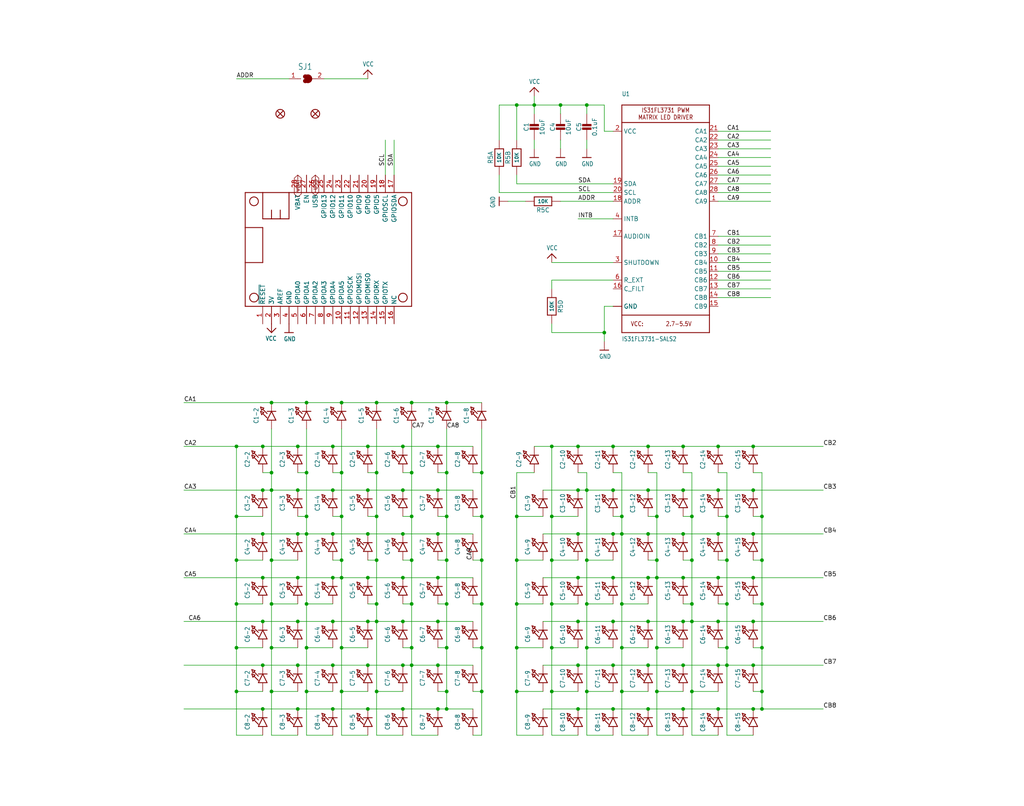
<source format=kicad_sch>
(kicad_sch (version 20230121) (generator eeschema)
  (paper "User" 297.002 233.909)
  (junction (at 177.8 154.94))
  (junction (at 180.34 154.94))
  (junction (at 187.96 167.64))
  (junction (at 78.74 137.16))
  (junction (at 127 205.74))
  (junction (at 167.64 167.64))
  (junction (at 119.38 149.86))
  (junction (at 139.7 137.16))
  (junction (at 218.44 180.34))
  (junction (at 88.9 187.96))
  (junction (at 76.2 180.34))
  (junction (at 96.52 142.24))
  (junction (at 167.64 129.54))
  (junction (at 167.64 205.74))
  (junction (at 177.8 205.74))
  (junction (at 129.54 116.84))
  (junction (at 198.12 205.74))
  (junction (at 129.54 149.86))
  (junction (at 160.02 162.56))
  (junction (at 129.54 200.66))
  (junction (at 76.2 129.54))
  (junction (at 68.58 129.54))
  (junction (at 96.52 129.54))
  (junction (at 78.74 142.24))
  (junction (at 180.34 187.96))
  (junction (at 187.96 180.34))
  (junction (at 200.66 149.86))
  (junction (at 116.84 193.04))
  (junction (at 170.18 187.96))
  (junction (at 162.56 30.48))
  (junction (at 99.06 162.56))
  (junction (at 127 167.64))
  (junction (at 170.18 142.24))
  (junction (at 86.36 205.74))
  (junction (at 127 193.04))
  (junction (at 76.2 193.04))
  (junction (at 68.58 162.56))
  (junction (at 218.44 193.04))
  (junction (at 149.86 200.66))
  (junction (at 187.96 142.24))
  (junction (at 149.86 162.56))
  (junction (at 78.74 116.84))
  (junction (at 99.06 149.86))
  (junction (at 109.22 116.84))
  (junction (at 200.66 175.26))
  (junction (at 160.02 129.54))
  (junction (at 187.96 154.94))
  (junction (at 198.12 129.54))
  (junction (at 177.8 193.04))
  (junction (at 208.28 129.54))
  (junction (at 208.28 193.04))
  (junction (at 208.28 154.94))
  (junction (at 99.06 200.66))
  (junction (at 220.98 205.74))
  (junction (at 208.28 205.74))
  (junction (at 167.64 142.24))
  (junction (at 208.28 142.24))
  (junction (at 88.9 154.94))
  (junction (at 149.86 175.26))
  (junction (at 129.54 175.26))
  (junction (at 106.68 193.04))
  (junction (at 149.86 30.48))
  (junction (at 198.12 154.94))
  (junction (at 167.64 180.34))
  (junction (at 99.06 187.96))
  (junction (at 177.8 142.24))
  (junction (at 187.96 193.04))
  (junction (at 88.9 200.66))
  (junction (at 210.82 175.26))
  (junction (at 218.44 129.54))
  (junction (at 119.38 137.16))
  (junction (at 139.7 162.56))
  (junction (at 106.68 154.94))
  (junction (at 88.9 149.86))
  (junction (at 170.18 175.26))
  (junction (at 187.96 129.54))
  (junction (at 198.12 142.24))
  (junction (at 170.18 200.66))
  (junction (at 76.2 154.94))
  (junction (at 190.5 200.66))
  (junction (at 190.5 187.96))
  (junction (at 167.64 193.04))
  (junction (at 139.7 175.26))
  (junction (at 86.36 193.04))
  (junction (at 106.68 205.74))
  (junction (at 210.82 149.86))
  (junction (at 96.52 180.34))
  (junction (at 119.38 175.26))
  (junction (at 99.06 137.16))
  (junction (at 177.8 180.34))
  (junction (at 127 129.54))
  (junction (at 68.58 200.66))
  (junction (at 190.5 149.86))
  (junction (at 76.2 205.74))
  (junction (at 139.7 200.66))
  (junction (at 149.86 149.86))
  (junction (at 106.68 180.34))
  (junction (at 139.7 149.86))
  (junction (at 99.06 167.64))
  (junction (at 109.22 175.26))
  (junction (at 187.96 205.74))
  (junction (at 78.74 162.56))
  (junction (at 99.06 116.84))
  (junction (at 109.22 180.34))
  (junction (at 210.82 162.56))
  (junction (at 180.34 175.26))
  (junction (at 88.9 137.16))
  (junction (at 68.58 149.86))
  (junction (at 167.64 154.94))
  (junction (at 106.68 167.64))
  (junction (at 210.82 187.96))
  (junction (at 96.52 154.94))
  (junction (at 218.44 205.74))
  (junction (at 180.34 149.86))
  (junction (at 210.82 193.04))
  (junction (at 109.22 162.56))
  (junction (at 139.7 187.96))
  (junction (at 190.5 167.64))
  (junction (at 119.38 116.84))
  (junction (at 175.26 96.52))
  (junction (at 88.9 116.84))
  (junction (at 129.54 187.96))
  (junction (at 86.36 154.94))
  (junction (at 177.8 129.54))
  (junction (at 160.02 187.96))
  (junction (at 109.22 149.86))
  (junction (at 129.54 205.74))
  (junction (at 68.58 187.96))
  (junction (at 96.52 193.04))
  (junction (at 177.8 167.64))
  (junction (at 129.54 162.56))
  (junction (at 106.68 142.24))
  (junction (at 116.84 154.94))
  (junction (at 96.52 205.74))
  (junction (at 68.58 175.26))
  (junction (at 200.66 200.66))
  (junction (at 119.38 187.96))
  (junction (at 198.12 193.04))
  (junction (at 96.52 167.64))
  (junction (at 127 142.24))
  (junction (at 78.74 175.26))
  (junction (at 78.74 200.66))
  (junction (at 170.18 162.56))
  (junction (at 88.9 175.26))
  (junction (at 170.18 30.48))
  (junction (at 220.98 162.56))
  (junction (at 127 180.34))
  (junction (at 220.98 200.66))
  (junction (at 116.84 129.54))
  (junction (at 160.02 149.86))
  (junction (at 86.36 142.24))
  (junction (at 220.98 187.96))
  (junction (at 116.84 180.34))
  (junction (at 220.98 149.86))
  (junction (at 208.28 180.34))
  (junction (at 86.36 129.54))
  (junction (at 76.2 167.64))
  (junction (at 106.68 129.54))
  (junction (at 129.54 137.16))
  (junction (at 116.84 205.74))
  (junction (at 78.74 187.96))
  (junction (at 220.98 175.26))
  (junction (at 119.38 162.56))
  (junction (at 218.44 154.94))
  (junction (at 208.28 167.64))
  (junction (at 160.02 200.66))
  (junction (at 218.44 142.24))
  (junction (at 200.66 180.34))
  (junction (at 154.94 30.48))
  (junction (at 116.84 142.24))
  (junction (at 198.12 180.34))
  (junction (at 160.02 175.26))
  (junction (at 119.38 193.04))
  (junction (at 116.84 167.64))
  (junction (at 109.22 200.66))
  (junction (at 76.2 142.24))
  (junction (at 180.34 200.66))
  (junction (at 149.86 187.96))
  (junction (at 218.44 167.64))
  (junction (at 127 154.94))
  (junction (at 109.22 137.16))
  (junction (at 198.12 167.64))
  (junction (at 86.36 180.34))
  (junction (at 86.36 167.64))
  (junction (at 190.5 162.56))
  (junction (at 200.66 162.56))
  (wire (pts (xy 88.9 200.66) (xy 88.9 213.36)) (stroke (width 0.1524)))
  (wire (pts (xy 127 154.94) (xy 116.84 154.94)) (stroke (width 0.1524)))
  (wire (pts (xy 157.48 180.34) (xy 167.64 180.34)) (stroke (width 0.1524)))
  (wire (pts (xy 198.12 180.34) (xy 200.66 180.34)) (stroke (width 0.1524)))
  (wire (pts (xy 177.8 175.26) (xy 170.18 175.26)) (stroke (width 0.1524)))
  (wire (pts (xy 78.74 175.26) (xy 78.74 187.96)) (stroke (width 0.1524)))
  (wire (pts (xy 109.22 124.46) (xy 109.22 137.16)) (stroke (width 0.1524)))
  (wire (pts (xy 116.84 193.04) (xy 106.68 193.04)) (stroke (width 0.1524)))
  (wire (pts (xy 129.54 205.74) (xy 127 205.74)) (stroke (width 0.1524)))
  (wire (pts (xy 76.2 142.24) (xy 53.34 142.24)) (stroke (width 0.1524)))
  (wire (pts (xy 187.96 205.74) (xy 198.12 205.74)) (stroke (width 0.1524)))
  (wire (pts (xy 220.98 137.16) (xy 220.98 149.86)) (stroke (width 0.1524)))
  (wire (pts (xy 198.12 129.54) (xy 208.28 129.54)) (stroke (width 0.1524)))
  (wire (pts (xy 86.36 137.16) (xy 88.9 137.16)) (stroke (width 0.1524)))
  (wire (pts (xy 177.8 76.2) (xy 160.02 76.2)) (stroke (width 0.1524)))
  (wire (pts (xy 76.2 154.94) (xy 53.34 154.94)) (stroke (width 0.1524)))
  (wire (pts (xy 96.52 193.04) (xy 86.36 193.04)) (stroke (width 0.1524)))
  (wire (pts (xy 129.54 162.56) (xy 129.54 175.26)) (stroke (width 0.1524)))
  (wire (pts (xy 208.28 187.96) (xy 210.82 187.96)) (stroke (width 0.1524)))
  (wire (pts (xy 96.52 200.66) (xy 88.9 200.66)) (stroke (width 0.1524)))
  (wire (pts (xy 78.74 116.84) (xy 88.9 116.84)) (stroke (width 0.1524)))
  (wire (pts (xy 180.34 137.16) (xy 180.34 149.86)) (stroke (width 0.1524)))
  (wire (pts (xy 218.44 129.54) (xy 238.76 129.54)) (stroke (width 0.1524)))
  (wire (pts (xy 190.5 167.64) (xy 190.5 162.56)) (stroke (width 0.1524)))
  (wire (pts (xy 208.28 73.66) (xy 223.52 73.66)) (stroke (width 0.1524)))
  (wire (pts (xy 180.34 200.66) (xy 180.34 213.36)) (stroke (width 0.1524)))
  (wire (pts (xy 127 137.16) (xy 129.54 137.16)) (stroke (width 0.1524)))
  (wire (pts (xy 175.26 38.1) (xy 177.8 38.1)) (stroke (width 0.1524)))
  (wire (pts (xy 177.8 200.66) (xy 170.18 200.66)) (stroke (width 0.1524)))
  (wire (pts (xy 187.96 193.04) (xy 198.12 193.04)) (stroke (width 0.1524)))
  (wire (pts (xy 99.06 149.86) (xy 99.06 162.56)) (stroke (width 0.1524)))
  (wire (pts (xy 137.16 149.86) (xy 139.7 149.86)) (stroke (width 0.1524)))
  (wire (pts (xy 129.54 187.96) (xy 129.54 200.66)) (stroke (width 0.1524)))
  (wire (pts (xy 157.48 142.24) (xy 167.64 142.24)) (stroke (width 0.1524)))
  (wire (pts (xy 99.06 137.16) (xy 99.06 149.86)) (stroke (width 0.1524)))
  (wire (pts (xy 177.8 137.16) (xy 180.34 137.16)) (stroke (width 0.1524)))
  (wire (pts (xy 175.26 96.52) (xy 160.02 96.52)) (stroke (width 0.1524)))
  (wire (pts (xy 106.68 162.56) (xy 109.22 162.56)) (stroke (width 0.1524)))
  (wire (pts (xy 167.64 187.96) (xy 160.02 187.96)) (stroke (width 0.1524)))
  (wire (pts (xy 167.64 129.54) (xy 177.8 129.54)) (stroke (width 0.1524)))
  (wire (pts (xy 177.8 63.5) (xy 167.64 63.5)) (stroke (width 0.1524)))
  (wire (pts (xy 86.36 193.04) (xy 76.2 193.04)) (stroke (width 0.1524)))
  (wire (pts (xy 154.94 40.64) (xy 154.94 43.18)) (stroke (width 0.1524)))
  (wire (pts (xy 137.16 142.24) (xy 127 142.24)) (stroke (width 0.1524)))
  (wire (pts (xy 106.68 193.04) (xy 96.52 193.04)) (stroke (width 0.1524)))
  (wire (pts (xy 180.34 187.96) (xy 180.34 200.66)) (stroke (width 0.1524)))
  (wire (pts (xy 170.18 187.96) (xy 170.18 200.66)) (stroke (width 0.1524)))
  (wire (pts (xy 116.84 200.66) (xy 109.22 200.66)) (stroke (width 0.1524)))
  (wire (pts (xy 208.28 175.26) (xy 210.82 175.26)) (stroke (width 0.1524)))
  (wire (pts (xy 149.86 30.48) (xy 154.94 30.48)) (stroke (width 0.1524)))
  (wire (pts (xy 53.34 116.84) (xy 78.74 116.84)) (stroke (width 0.1524)))
  (wire (pts (xy 88.9 154.94) (xy 88.9 175.26)) (stroke (width 0.1524)))
  (wire (pts (xy 154.94 137.16) (xy 149.86 137.16)) (stroke (width 0.1524)))
  (wire (pts (xy 127 167.64) (xy 116.84 167.64)) (stroke (width 0.1524)))
  (wire (pts (xy 157.48 154.94) (xy 167.64 154.94)) (stroke (width 0.1524)))
  (wire (pts (xy 177.8 180.34) (xy 187.96 180.34)) (stroke (width 0.1524)))
  (wire (pts (xy 149.86 149.86) (xy 149.86 162.56)) (stroke (width 0.1524)))
  (wire (pts (xy 177.8 167.64) (xy 187.96 167.64)) (stroke (width 0.1524)))
  (wire (pts (xy 137.16 180.34) (xy 127 180.34)) (stroke (width 0.1524)))
  (wire (pts (xy 99.06 187.96) (xy 99.06 200.66)) (stroke (width 0.1524)))
  (wire (pts (xy 149.86 40.64) (xy 149.86 30.48)) (stroke (width 0.1524)))
  (wire (pts (xy 116.84 205.74) (xy 106.68 205.74)) (stroke (width 0.1524)))
  (wire (pts (xy 157.48 205.74) (xy 167.64 205.74)) (stroke (width 0.1524)))
  (wire (pts (xy 78.74 162.56) (xy 78.74 175.26)) (stroke (width 0.1524)))
  (wire (pts (xy 96.52 213.36) (xy 88.9 213.36)) (stroke (width 0.1524)))
  (wire (pts (xy 208.28 68.58) (xy 223.52 68.58)) (stroke (width 0.1524)))
  (wire (pts (xy 208.28 142.24) (xy 218.44 142.24)) (stroke (width 0.1524)))
  (wire (pts (xy 137.16 187.96) (xy 139.7 187.96)) (stroke (width 0.1524)))
  (wire (pts (xy 157.48 193.04) (xy 167.64 193.04)) (stroke (width 0.1524)))
  (wire (pts (xy 210.82 193.04) (xy 218.44 193.04)) (stroke (width 0.1524)))
  (wire (pts (xy 149.86 30.48) (xy 144.78 30.48)) (stroke (width 0.1524)))
  (wire (pts (xy 129.54 175.26) (xy 129.54 187.96)) (stroke (width 0.1524)))
  (wire (pts (xy 220.98 175.26) (xy 220.98 187.96)) (stroke (width 0.1524)))
  (wire (pts (xy 106.68 167.64) (xy 99.06 167.64)) (stroke (width 0.1524)))
  (wire (pts (xy 127 175.26) (xy 129.54 175.26)) (stroke (width 0.1524)))
  (wire (pts (xy 218.44 162.56) (xy 220.98 162.56)) (stroke (width 0.1524)))
  (wire (pts (xy 187.96 154.94) (xy 198.12 154.94)) (stroke (width 0.1524)))
  (wire (pts (xy 170.18 40.64) (xy 170.18 43.18)) (stroke (width 0.1524)))
  (wire (pts (xy 88.9 124.46) (xy 88.9 137.16)) (stroke (width 0.1524)))
  (wire (pts (xy 119.38 193.04) (xy 119.38 213.36)) (stroke (width 0.1524)))
  (wire (pts (xy 129.54 200.66) (xy 129.54 205.74)) (stroke (width 0.1524)))
  (wire (pts (xy 187.96 180.34) (xy 198.12 180.34)) (stroke (width 0.1524)))
  (wire (pts (xy 76.2 167.64) (xy 53.34 167.64)) (stroke (width 0.1524)))
  (wire (pts (xy 88.9 149.86) (xy 88.9 154.94)) (stroke (width 0.1524)))
  (wire (pts (xy 208.28 81.28) (xy 223.52 81.28)) (stroke (width 0.1524)))
  (wire (pts (xy 137.16 137.16) (xy 139.7 137.16)) (stroke (width 0.1524)))
  (wire (pts (xy 78.74 124.46) (xy 78.74 137.16)) (stroke (width 0.1524)))
  (wire (pts (xy 170.18 142.24) (xy 170.18 162.56)) (stroke (width 0.1524)))
  (wire (pts (xy 154.94 129.54) (xy 160.02 129.54)) (stroke (width 0.1524)))
  (wire (pts (xy 200.66 180.34) (xy 208.28 180.34)) (stroke (width 0.1524)))
  (wire (pts (xy 154.94 30.48) (xy 154.94 33.02)) (stroke (width 0.1524)))
  (wire (pts (xy 106.68 187.96) (xy 99.06 187.96)) (stroke (width 0.1524)))
  (wire (pts (xy 86.36 167.64) (xy 76.2 167.64)) (stroke (width 0.1524)))
  (wire (pts (xy 218.44 213.36) (xy 210.82 213.36)) (stroke (width 0.1524)))
  (wire (pts (xy 149.86 175.26) (xy 149.86 187.96)) (stroke (width 0.1524)))
  (wire (pts (xy 218.44 137.16) (xy 220.98 137.16)) (stroke (width 0.1524)))
  (wire (pts (xy 88.9 116.84) (xy 99.06 116.84)) (stroke (width 0.1524)))
  (wire (pts (xy 127 162.56) (xy 129.54 162.56)) (stroke (width 0.1524)))
  (wire (pts (xy 119.38 116.84) (xy 129.54 116.84)) (stroke (width 0.1524)))
  (wire (pts (xy 167.64 142.24) (xy 170.18 142.24)) (stroke (width 0.1524)))
  (wire (pts (xy 210.82 137.16) (xy 210.82 149.86)) (stroke (width 0.1524)))
  (wire (pts (xy 137.16 162.56) (xy 139.7 162.56)) (stroke (width 0.1524)))
  (wire (pts (xy 177.8 154.94) (xy 180.34 154.94)) (stroke (width 0.1524)))
  (wire (pts (xy 218.44 180.34) (xy 238.76 180.34)) (stroke (width 0.1524)))
  (wire (pts (xy 220.98 187.96) (xy 220.98 200.66)) (stroke (width 0.1524)))
  (wire (pts (xy 218.44 154.94) (xy 238.76 154.94)) (stroke (width 0.1524)))
  (wire (pts (xy 208.28 58.42) (xy 223.52 58.42)) (stroke (width 0.1524)))
  (wire (pts (xy 149.86 200.66) (xy 149.86 213.36)) (stroke (width 0.1524)))
  (wire (pts (xy 170.18 137.16) (xy 170.18 142.24)) (stroke (width 0.1524)))
  (wire (pts (xy 208.28 200.66) (xy 200.66 200.66)) (stroke (width 0.1524)))
  (wire (pts (xy 162.56 40.64) (xy 162.56 43.18)) (stroke (width 0.1524)))
  (wire (pts (xy 96.52 180.34) (xy 86.36 180.34)) (stroke (width 0.1524)))
  (wire (pts (xy 220.98 205.74) (xy 238.76 205.74)) (stroke (width 0.1524)))
  (wire (pts (xy 170.18 200.66) (xy 170.18 213.36)) (stroke (width 0.1524)))
  (wire (pts (xy 86.36 187.96) (xy 78.74 187.96)) (stroke (width 0.1524)))
  (wire (pts (xy 177.8 213.36) (xy 170.18 213.36)) (stroke (width 0.1524)))
  (wire (pts (xy 208.28 162.56) (xy 210.82 162.56)) (stroke (width 0.1524)))
  (wire (pts (xy 198.12 187.96) (xy 190.5 187.96)) (stroke (width 0.1524)))
  (wire (pts (xy 119.38 187.96) (xy 119.38 193.04)) (stroke (width 0.1524)))
  (wire (pts (xy 86.36 200.66) (xy 78.74 200.66)) (stroke (width 0.1524)))
  (wire (pts (xy 76.2 129.54) (xy 68.58 129.54)) (stroke (width 0.1524)))
  (wire (pts (xy 180.34 149.86) (xy 180.34 154.94)) (stroke (width 0.1524)))
  (wire (pts (xy 88.9 154.94) (xy 86.36 154.94)) (stroke (width 0.1524)))
  (wire (pts (xy 114.3 50.8) (xy 114.3 40.64)) (stroke (width 0.1524)))
  (wire (pts (xy 160.02 187.96) (xy 160.02 200.66)) (stroke (width 0.1524)))
  (wire (pts (xy 116.84 175.26) (xy 119.38 175.26)) (stroke (width 0.1524)))
  (wire (pts (xy 218.44 142.24) (xy 238.76 142.24)) (stroke (width 0.1524)))
  (wire (pts (xy 147.32 58.42) (xy 152.4 58.42)) (stroke (width 0.1524)))
  (wire (pts (xy 86.36 205.74) (xy 76.2 205.74)) (stroke (width 0.1524)))
  (wire (pts (xy 167.64 154.94) (xy 177.8 154.94)) (stroke (width 0.1524)))
  (wire (pts (xy 175.26 88.9) (xy 175.26 96.52)) (stroke (width 0.1524)))
  (wire (pts (xy 88.9 187.96) (xy 88.9 200.66)) (stroke (width 0.1524)))
  (wire (pts (xy 144.78 30.48) (xy 144.78 40.64)) (stroke (width 0.1524)))
  (wire (pts (xy 218.44 167.64) (xy 238.76 167.64)) (stroke (width 0.1524)))
  (wire (pts (xy 68.58 187.96) (xy 68.58 200.66)) (stroke (width 0.1524)))
  (wire (pts (xy 170.18 175.26) (xy 170.18 187.96)) (stroke (width 0.1524)))
  (wire (pts (xy 167.64 137.16) (xy 170.18 137.16)) (stroke (width 0.1524)))
  (wire (pts (xy 208.28 48.26) (xy 223.52 48.26)) (stroke (width 0.1524)))
  (wire (pts (xy 208.28 167.64) (xy 218.44 167.64)) (stroke (width 0.1524)))
  (wire (pts (xy 139.7 149.86) (xy 139.7 162.56)) (stroke (width 0.1524)))
  (wire (pts (xy 119.38 193.04) (xy 116.84 193.04)) (stroke (width 0.1524)))
  (wire (pts (xy 208.28 83.82) (xy 223.52 83.82)) (stroke (width 0.1524)))
  (wire (pts (xy 160.02 149.86) (xy 160.02 162.56)) (stroke (width 0.1524)))
  (wire (pts (xy 76.2 149.86) (xy 68.58 149.86)) (stroke (width 0.1524)))
  (wire (pts (xy 187.96 175.26) (xy 180.34 175.26)) (stroke (width 0.1524)))
  (wire (pts (xy 190.5 162.56) (xy 190.5 149.86)) (stroke (width 0.1524)))
  (wire (pts (xy 177.8 129.54) (xy 187.96 129.54)) (stroke (width 0.1524)))
  (wire (pts (xy 109.22 116.84) (xy 119.38 116.84)) (stroke (width 0.1524)))
  (wire (pts (xy 160.02 200.66) (xy 160.02 213.36)) (stroke (width 0.1524)))
  (wire (pts (xy 99.06 162.56) (xy 99.06 167.64)) (stroke (width 0.1524)))
  (wire (pts (xy 86.36 175.26) (xy 78.74 175.26)) (stroke (width 0.1524)))
  (wire (pts (xy 162.56 30.48) (xy 162.56 33.02)) (stroke (width 0.1524)))
  (wire (pts (xy 149.86 162.56) (xy 149.86 175.26)) (stroke (width 0.1524)))
  (wire (pts (xy 106.68 205.74) (xy 96.52 205.74)) (stroke (width 0.1524)))
  (wire (pts (xy 76.2 213.36) (xy 68.58 213.36)) (stroke (width 0.1524)))
  (wire (pts (xy 99.06 116.84) (xy 109.22 116.84)) (stroke (width 0.1524)))
  (wire (pts (xy 68.58 129.54) (xy 68.58 149.86)) (stroke (width 0.1524)))
  (wire (pts (xy 208.28 78.74) (xy 223.52 78.74)) (stroke (width 0.1524)))
  (wire (pts (xy 83.82 22.86) (xy 68.58 22.86)) (stroke (width 0.1524)))
  (wire (pts (xy 157.48 162.56) (xy 149.86 162.56)) (stroke (width 0.1524)))
  (wire (pts (xy 106.68 213.36) (xy 99.06 213.36)) (stroke (width 0.1524)))
  (wire (pts (xy 154.94 27.94) (xy 154.94 30.48)) (stroke (width 0.1524)))
  (wire (pts (xy 160.02 96.52) (xy 160.02 93.98)) (stroke (width 0.1524)))
  (wire (pts (xy 220.98 200.66) (xy 220.98 205.74)) (stroke (width 0.1524)))
  (wire (pts (xy 198.12 142.24) (xy 208.28 142.24)) (stroke (width 0.1524)))
  (wire (pts (xy 149.86 137.16) (xy 149.86 149.86)) (stroke (width 0.1524)))
  (wire (pts (xy 99.06 124.46) (xy 99.06 137.16)) (stroke (width 0.1524)))
  (wire (pts (xy 96.52 149.86) (xy 99.06 149.86)) (stroke (width 0.1524)))
  (wire (pts (xy 137.16 213.36) (xy 139.7 213.36)) (stroke (width 0.1524)))
  (wire (pts (xy 170.18 30.48) (xy 170.18 33.02)) (stroke (width 0.1524)))
  (wire (pts (xy 76.2 205.74) (xy 53.34 205.74)) (stroke (width 0.1524)))
  (wire (pts (xy 208.28 180.34) (xy 218.44 180.34)) (stroke (width 0.1524)))
  (wire (pts (xy 208.28 205.74) (xy 218.44 205.74)) (stroke (width 0.1524)))
  (wire (pts (xy 208.28 154.94) (xy 218.44 154.94)) (stroke (width 0.1524)))
  (wire (pts (xy 129.54 149.86) (xy 129.54 162.56)) (stroke (width 0.1524)))
  (wire (pts (xy 187.96 167.64) (xy 190.5 167.64)) (stroke (width 0.1524)))
  (wire (pts (xy 78.74 200.66) (xy 78.74 213.36)) (stroke (width 0.1524)))
  (wire (pts (xy 106.68 175.26) (xy 109.22 175.26)) (stroke (width 0.1524)))
  (wire (pts (xy 119.38 137.16) (xy 119.38 149.86)) (stroke (width 0.1524)))
  (wire (pts (xy 198.12 205.74) (xy 208.28 205.74)) (stroke (width 0.1524)))
  (wire (pts (xy 76.2 162.56) (xy 68.58 162.56)) (stroke (width 0.1524)))
  (wire (pts (xy 139.7 137.16) (xy 139.7 149.86)) (stroke (width 0.1524)))
  (wire (pts (xy 106.68 129.54) (xy 96.52 129.54)) (stroke (width 0.1524)))
  (wire (pts (xy 116.84 180.34) (xy 109.22 180.34)) (stroke (width 0.1524)))
  (wire (pts (xy 157.48 167.64) (xy 167.64 167.64)) (stroke (width 0.1524)))
  (wire (pts (xy 187.96 187.96) (xy 180.34 187.96)) (stroke (width 0.1524)))
  (wire (pts (xy 167.64 162.56) (xy 160.02 162.56)) (stroke (width 0.1524)))
  (wire (pts (xy 220.98 162.56) (xy 220.98 175.26)) (stroke (width 0.1524)))
  (wire (pts (xy 137.16 167.64) (xy 127 167.64)) (stroke (width 0.1524)))
  (wire (pts (xy 218.44 205.74) (xy 220.98 205.74)) (stroke (width 0.1524)))
  (wire (pts (xy 157.48 213.36) (xy 149.86 213.36)) (stroke (width 0.1524)))
  (wire (pts (xy 106.68 142.24) (xy 96.52 142.24)) (stroke (width 0.1524)))
  (wire (pts (xy 154.94 30.48) (xy 162.56 30.48)) (stroke (width 0.1524)))
  (wire (pts (xy 68.58 162.56) (xy 68.58 175.26)) (stroke (width 0.1524)))
  (wire (pts (xy 198.12 154.94) (xy 208.28 154.94)) (stroke (width 0.1524)))
  (wire (pts (xy 218.44 187.96) (xy 220.98 187.96)) (stroke (width 0.1524)))
  (wire (pts (xy 68.58 129.54) (xy 53.34 129.54)) (stroke (width 0.1524)))
  (wire (pts (xy 198.12 200.66) (xy 190.5 200.66)) (stroke (width 0.1524)))
  (wire (pts (xy 160.02 162.56) (xy 160.02 175.26)) (stroke (width 0.1524)))
  (wire (pts (xy 208.28 86.36) (xy 223.52 86.36)) (stroke (width 0.1524)))
  (wire (pts (xy 139.7 124.46) (xy 139.7 137.16)) (stroke (width 0.1524)))
  (wire (pts (xy 86.36 213.36) (xy 78.74 213.36)) (stroke (width 0.1524)))
  (wire (pts (xy 218.44 200.66) (xy 220.98 200.66)) (stroke (width 0.1524)))
  (wire (pts (xy 177.8 193.04) (xy 187.96 193.04)) (stroke (width 0.1524)))
  (wire (pts (xy 218.44 193.04) (xy 238.76 193.04)) (stroke (width 0.1524)))
  (wire (pts (xy 170.18 30.48) (xy 175.26 30.48)) (stroke (width 0.1524)))
  (wire (pts (xy 208.28 45.72) (xy 223.52 45.72)) (stroke (width 0.1524)))
  (wire (pts (xy 137.16 154.94) (xy 127 154.94)) (stroke (width 0.1524)))
  (wire (pts (xy 76.2 137.16) (xy 78.74 137.16)) (stroke (width 0.1524)))
  (wire (pts (xy 116.84 162.56) (xy 119.38 162.56)) (stroke (width 0.1524)))
  (wire (pts (xy 180.34 154.94) (xy 187.96 154.94)) (stroke (width 0.1524)))
  (wire (pts (xy 129.54 116.84) (xy 139.7 116.84)) (stroke (width 0.1524)))
  (wire (pts (xy 177.8 88.9) (xy 175.26 88.9)) (stroke (width 0.1524)))
  (wire (pts (xy 177.8 149.86) (xy 180.34 149.86)) (stroke (width 0.1524)))
  (wire (pts (xy 208.28 149.86) (xy 210.82 149.86)) (stroke (width 0.1524)))
  (wire (pts (xy 187.96 137.16) (xy 190.5 137.16)) (stroke (width 0.1524)))
  (wire (pts (xy 106.68 137.16) (xy 109.22 137.16)) (stroke (width 0.1524)))
  (wire (pts (xy 96.52 205.74) (xy 86.36 205.74)) (stroke (width 0.1524)))
  (wire (pts (xy 157.48 149.86) (xy 149.86 149.86)) (stroke (width 0.1524)))
  (wire (pts (xy 200.66 200.66) (xy 200.66 213.36)) (stroke (width 0.1524)))
  (wire (pts (xy 96.52 187.96) (xy 88.9 187.96)) (stroke (width 0.1524)))
  (wire (pts (xy 127 129.54) (xy 116.84 129.54)) (stroke (width 0.1524)))
  (wire (pts (xy 220.98 149.86) (xy 220.98 162.56)) (stroke (width 0.1524)))
  (wire (pts (xy 119.38 162.56) (xy 119.38 175.26)) (stroke (width 0.1524)))
  (wire (pts (xy 137.16 205.74) (xy 129.54 205.74)) (stroke (width 0.1524)))
  (wire (pts (xy 200.66 162.56) (xy 200.66 175.26)) (stroke (width 0.1524)))
  (wire (pts (xy 190.5 187.96) (xy 190.5 167.64)) (stroke (width 0.1524)))
  (wire (pts (xy 160.02 129.54) (xy 167.64 129.54)) (stroke (width 0.1524)))
  (wire (pts (xy 109.22 200.66) (xy 109.22 213.36)) (stroke (width 0.1524)))
  (wire (pts (xy 119.38 149.86) (xy 119.38 162.56)) (stroke (width 0.1524)))
  (wire (pts (xy 149.86 187.96) (xy 149.86 200.66)) (stroke (width 0.1524)))
  (wire (pts (xy 116.84 149.86) (xy 119.38 149.86)) (stroke (width 0.1524)))
  (wire (pts (xy 208.28 55.88) (xy 223.52 55.88)) (stroke (width 0.1524)))
  (wire (pts (xy 127 213.36) (xy 119.38 213.36)) (stroke (width 0.1524)))
  (wire (pts (xy 88.9 175.26) (xy 88.9 187.96)) (stroke (width 0.1524)))
  (wire (pts (xy 177.8 205.74) (xy 187.96 205.74)) (stroke (width 0.1524)))
  (wire (pts (xy 86.36 142.24) (xy 78.74 142.24)) (stroke (width 0.1524)))
  (wire (pts (xy 208.28 76.2) (xy 223.52 76.2)) (stroke (width 0.1524)))
  (wire (pts (xy 170.18 162.56) (xy 170.18 175.26)) (stroke (width 0.1524)))
  (wire (pts (xy 68.58 200.66) (xy 68.58 213.36)) (stroke (width 0.1524)))
  (wire (pts (xy 190.5 213.36) (xy 190.5 200.66)) (stroke (width 0.1524)))
  (wire (pts (xy 177.8 142.24) (xy 187.96 142.24)) (stroke (width 0.1524)))
  (wire (pts (xy 96.52 154.94) (xy 88.9 154.94)) (stroke (width 0.1524)))
  (wire (pts (xy 96.52 167.64) (xy 86.36 167.64)) (stroke (width 0.1524)))
  (wire (pts (xy 119.38 124.46) (xy 119.38 137.16)) (stroke (width 0.1524)))
  (wire (pts (xy 127 205.74) (xy 116.84 205.74)) (stroke (width 0.1524)))
  (wire (pts (xy 160.02 175.26) (xy 160.02 187.96)) (stroke (width 0.1524)))
  (wire (pts (xy 109.22 175.26) (xy 109.22 180.34)) (stroke (width 0.1524)))
  (wire (pts (xy 127 187.96) (xy 129.54 187.96)) (stroke (width 0.1524)))
  (wire (pts (xy 106.68 180.34) (xy 96.52 180.34)) (stroke (width 0.1524)))
  (wire (pts (xy 137.16 175.26) (xy 139.7 175.26)) (stroke (width 0.1524)))
  (wire (pts (xy 167.64 175.26) (xy 160.02 175.26)) (stroke (width 0.1524)))
  (wire (pts (xy 157.48 200.66) (xy 149.86 200.66)) (stroke (width 0.1524)))
  (wire (pts (xy 96.52 137.16) (xy 99.06 137.16)) (stroke (width 0.1524)))
  (wire (pts (xy 96.52 142.24) (xy 86.36 142.24)) (stroke (width 0.1524)))
  (wire (pts (xy 208.28 53.34) (xy 223.52 53.34)) (stroke (width 0.1524)))
  (wire (pts (xy 127 200.66) (xy 129.54 200.66)) (stroke (width 0.1524)))
  (wire (pts (xy 68.58 149.86) (xy 68.58 162.56)) (stroke (width 0.1524)))
  (wire (pts (xy 170.18 142.24) (xy 177.8 142.24)) (stroke (width 0.1524)))
  (wire (pts (xy 208.28 213.36) (xy 200.66 213.36)) (stroke (width 0.1524)))
  (wire (pts (xy 149.86 53.34) (xy 149.86 50.8)) (stroke (width 0.1524)))
  (wire (pts (xy 160.02 81.28) (xy 160.02 83.82)) (stroke (width 0.1524)))
  (wire (pts (xy 116.84 213.36) (xy 109.22 213.36)) (stroke (width 0.1524)))
  (wire (pts (xy 167.64 149.86) (xy 160.02 149.86)) (stroke (width 0.1524)))
  (wire (pts (xy 137.16 193.04) (xy 127 193.04)) (stroke (width 0.1524)))
  (wire (pts (xy 119.38 175.26) (xy 119.38 187.96)) (stroke (width 0.1524)))
  (wire (pts (xy 180.34 154.94) (xy 180.34 175.26)) (stroke (width 0.1524)))
  (wire (pts (xy 116.84 167.64) (xy 106.68 167.64)) (stroke (width 0.1524)))
  (wire (pts (xy 137.16 200.66) (xy 139.7 200.66)) (stroke (width 0.1524)))
  (wire (pts (xy 68.58 175.26) (xy 68.58 187.96)) (stroke (width 0.1524)))
  (wire (pts (xy 96.52 129.54) (xy 86.36 129.54)) (stroke (width 0.1524)))
  (wire (pts (xy 106.68 154.94) (xy 96.52 154.94)) (stroke (width 0.1524)))
  (wire (pts (xy 210.82 175.26) (xy 210.82 187.96)) (stroke (width 0.1524)))
  (wire (pts (xy 157.48 175.26) (xy 149.86 175.26)) (stroke (width 0.1524)))
  (wire (pts (xy 187.96 129.54) (xy 198.12 129.54)) (stroke (width 0.1524)))
  (wire (pts (xy 208.28 129.54) (xy 218.44 129.54)) (stroke (width 0.1524)))
  (wire (pts (xy 99.06 167.64) (xy 99.06 187.96)) (stroke (width 0.1524)))
  (wire (pts (xy 99.06 200.66) (xy 99.06 213.36)) (stroke (width 0.1524)))
  (wire (pts (xy 200.66 149.86) (xy 200.66 162.56)) (stroke (width 0.1524)))
  (wire (pts (xy 78.74 142.24) (xy 78.74 162.56)) (stroke (width 0.1524)))
  (wire (pts (xy 208.28 50.8) (xy 223.52 50.8)) (stroke (width 0.1524)))
  (wire (pts (xy 139.7 200.66) (xy 139.7 213.36)) (stroke (width 0.1524)))
  (wire (pts (xy 167.64 205.74) (xy 177.8 205.74)) (stroke (width 0.1524)))
  (wire (pts (xy 187.96 162.56) (xy 190.5 162.56)) (stroke (width 0.1524)))
  (wire (pts (xy 190.5 167.64) (xy 198.12 167.64)) (stroke (width 0.1524)))
  (wire (pts (xy 116.84 137.16) (xy 119.38 137.16)) (stroke (width 0.1524)))
  (wire (pts (xy 160.02 129.54) (xy 160.02 149.86)) (stroke (width 0.1524)))
  (wire (pts (xy 175.26 96.52) (xy 175.26 99.06)) (stroke (width 0.1524)))
  (wire (pts (xy 116.84 129.54) (xy 106.68 129.54)) (stroke (width 0.1524)))
  (wire (pts (xy 129.54 137.16) (xy 129.54 149.86)) (stroke (width 0.1524)))
  (wire (pts (xy 198.12 193.04) (xy 208.28 193.04)) (stroke (width 0.1524)))
  (wire (pts (xy 208.28 38.1) (xy 223.52 38.1)) (stroke (width 0.1524)))
  (wire (pts (xy 129.54 124.46) (xy 129.54 137.16)) (stroke (width 0.1524)))
  (wire (pts (xy 139.7 187.96) (xy 139.7 200.66)) (stroke (width 0.1524)))
  (wire (pts (xy 180.34 175.26) (xy 180.34 187.96)) (stroke (width 0.1524)))
  (wire (pts (xy 106.68 200.66) (xy 99.06 200.66)) (stroke (width 0.1524)))
  (wire (pts (xy 139.7 175.26) (xy 139.7 187.96)) (stroke (width 0.1524)))
  (wire (pts (xy 175.26 30.48) (xy 175.26 38.1)) (stroke (width 0.1524)))
  (wire (pts (xy 76.2 193.04) (xy 53.34 193.04)) (stroke (width 0.1524)))
  (wire (pts (xy 88.9 137.16) (xy 88.9 149.86)) (stroke (width 0.1524)))
  (wire (pts (xy 177.8 162.56) (xy 170.18 162.56)) (stroke (width 0.1524)))
  (wire (pts (xy 210.82 162.56) (xy 210.82 175.26)) (stroke (width 0.1524)))
  (wire (pts (xy 109.22 180.34) (xy 106.68 180.34)) (stroke (width 0.1524)))
  (wire (pts (xy 116.84 154.94) (xy 106.68 154.94)) (stroke (width 0.1524)))
  (wire (pts (xy 127 142.24) (xy 116.84 142.24)) (stroke (width 0.1524)))
  (wire (pts (xy 86.36 180.34) (xy 76.2 180.34)) (stroke (width 0.1524)))
  (wire (pts (xy 162.56 30.48) (xy 170.18 30.48)) (stroke (width 0.1524)))
  (wire (pts (xy 99.06 167.64) (xy 96.52 167.64)) (stroke (width 0.1524)))
  (wire (pts (xy 190.5 200.66) (xy 190.5 187.96)) (stroke (width 0.1524)))
  (wire (pts (xy 106.68 149.86) (xy 109.22 149.86)) (stroke (width 0.1524)))
  (wire (pts (xy 76.2 187.96) (xy 68.58 187.96)) (stroke (width 0.1524)))
  (wire (pts (xy 111.76 40.64) (xy 111.76 50.8)) (stroke (width 0.1524)))
  (wire (pts (xy 208.28 193.04) (xy 210.82 193.04)) (stroke (width 0.1524)))
  (wire (pts (xy 177.8 81.28) (xy 160.02 81.28)) (stroke (width 0.1524)))
  (wire (pts (xy 86.36 129.54) (xy 76.2 129.54)) (stroke (width 0.1524)))
  (wire (pts (xy 167.64 200.66) (xy 160.02 200.66)) (stroke (width 0.1524)))
  (wire (pts (xy 198.12 137.16) (xy 200.66 137.16)) (stroke (width 0.1524)))
  (wire (pts (xy 167.64 167.64) (xy 177.8 167.64)) (stroke (width 0.1524)))
  (wire (pts (xy 218.44 149.86) (xy 220.98 149.86)) (stroke (width 0.1524)))
  (wire (pts (xy 198.12 162.56) (xy 200.66 162.56)) (stroke (width 0.1524)))
  (wire (pts (xy 109.22 137.16) (xy 109.22 149.86)) (stroke (width 0.1524)))
  (wire (pts (xy 200.66 180.34) (xy 200.66 200.66)) (stroke (width 0.1524)))
  (wire (pts (xy 167.64 180.34) (xy 177.8 180.34)) (stroke (width 0.1524)))
  (wire (pts (xy 139.7 162.56) (xy 139.7 175.26)) (stroke (width 0.1524)))
  (wire (pts (xy 144.78 55.88) (xy 144.78 50.8)) (stroke (width 0.1524)))
  (wire (pts (xy 127 193.04) (xy 119.38 193.04)) (stroke (width 0.1524)))
  (wire (pts (xy 93.98 22.86) (xy 106.68 22.86)) (stroke (width 0.1524)))
  (wire (pts (xy 78.74 142.24) (xy 76.2 142.24)) (stroke (width 0.1524)))
  (wire (pts (xy 210.82 193.04) (xy 210.82 213.36)) (stroke (width 0.1524)))
  (wire (pts (xy 86.36 149.86) (xy 88.9 149.86)) (stroke (width 0.1524)))
  (wire (pts (xy 116.84 187.96) (xy 119.38 187.96)) (stroke (width 0.1524)))
  (wire (pts (xy 187.96 200.66) (xy 180.34 200.66)) (stroke (width 0.1524)))
  (wire (pts (xy 109.22 162.56) (xy 109.22 175.26)) (stroke (width 0.1524)))
  (wire (pts (xy 137.16 129.54) (xy 127 129.54)) (stroke (width 0.1524)))
  (wire (pts (xy 86.36 162.56) (xy 78.74 162.56)) (stroke (width 0.1524)))
  (wire (pts (xy 187.96 142.24) (xy 198.12 142.24)) (stroke (width 0.1524)))
  (wire (pts (xy 177.8 55.88) (xy 144.78 55.88)) (stroke (width 0.1524)))
  (wire (pts (xy 109.22 180.34) (xy 109.22 200.66)) (stroke (width 0.1524)))
  (wire (pts (xy 86.36 154.94) (xy 76.2 154.94)) (stroke (width 0.1524)))
  (wire (pts (xy 187.96 213.36) (xy 180.34 213.36)) (stroke (width 0.1524)))
  (wire (pts (xy 198.12 149.86) (xy 200.66 149.86)) (stroke (width 0.1524)))
  (wire (pts (xy 177.8 58.42) (xy 162.56 58.42)) (stroke (width 0.1524)))
  (wire (pts (xy 78.74 137.16) (xy 78.74 142.24)) (stroke (width 0.1524)))
  (wire (pts (xy 208.28 71.12) (xy 223.52 71.12)) (stroke (width 0.1524)))
  (wire (pts (xy 208.28 40.64) (xy 223.52 40.64)) (stroke (width 0.1524)))
  (wire (pts (xy 96.52 175.26) (xy 88.9 175.26)) (stroke (width 0.1524)))
  (wire (pts (xy 96.52 162.56) (xy 99.06 162.56)) (stroke (width 0.1524)))
  (wire (pts (xy 109.22 149.86) (xy 109.22 162.56)) (stroke (width 0.1524)))
  (wire (pts (xy 208.28 137.16) (xy 210.82 137.16)) (stroke (width 0.1524)))
  (wire (pts (xy 198.12 167.64) (xy 208.28 167.64)) (stroke (width 0.1524)))
  (wire (pts (xy 76.2 180.34) (xy 53.34 180.34)) (stroke (width 0.1524)))
  (wire (pts (xy 208.28 43.18) (xy 223.52 43.18)) (stroke (width 0.1524)))
  (wire (pts (xy 218.44 175.26) (xy 220.98 175.26)) (stroke (width 0.1524)))
  (wire (pts (xy 116.84 142.24) (xy 106.68 142.24)) (stroke (width 0.1524)))
  (wire (pts (xy 210.82 149.86) (xy 210.82 162.56)) (stroke (width 0.1524)))
  (wire (pts (xy 76.2 175.26) (xy 68.58 175.26)) (stroke (width 0.1524)))
  (wire (pts (xy 200.66 175.26) (xy 200.66 180.34)) (stroke (width 0.1524)))
  (wire (pts (xy 198.12 213.36) (xy 190.5 213.36)) (stroke (width 0.1524)))
  (wire (pts (xy 127 149.86) (xy 129.54 149.86)) (stroke (width 0.1524)))
  (wire (pts (xy 78.74 187.96) (xy 78.74 200.66)) (stroke (width 0.1524)))
  (wire (pts (xy 167.64 213.36) (xy 160.02 213.36)) (stroke (width 0.1524)))
  (wire (pts (xy 200.66 137.16) (xy 200.66 149.86)) (stroke (width 0.1524)))
  (wire (pts (xy 190.5 149.86) (xy 190.5 137.16)) (stroke (width 0.1524)))
  (wire (pts (xy 198.12 175.26) (xy 200.66 175.26)) (stroke (width 0.1524)))
  (wire (pts (xy 177.8 187.96) (xy 170.18 187.96)) (stroke (width 0.1524)))
  (wire (pts (xy 157.48 187.96) (xy 149.86 187.96)) (stroke (width 0.1524)))
  (wire (pts (xy 167.64 193.04) (xy 177.8 193.04)) (stroke (width 0.1524)))
  (wire (pts (xy 210.82 187.96) (xy 210.82 193.04)) (stroke (width 0.1524)))
  (wire (pts (xy 76.2 200.66) (xy 68.58 200.66)) (stroke (width 0.1524)))
  (wire (pts (xy 187.96 149.86) (xy 190.5 149.86)) (stroke (width 0.1524)))
  (wire (pts (xy 127 180.34) (xy 116.84 180.34)) (stroke (width 0.1524)))
  (wire (pts (xy 177.8 53.34) (xy 149.86 53.34)) (stroke (width 0.1524)))
  (label "CA4" (at 53.34 154.94 0) (effects (font (size 1.2446 1.2446))))
  (label "CB6" (at 238.76 180.34 0) (effects (font (size 1.2446 1.2446))))
  (label "CB1" (at 210.82 68.58 0) (effects (font (size 1.2446 1.2446))))
  (label "CA8" (at 129.54 124.46 0) (effects (font (size 1.2446 1.2446))))
  (label "SCL" (at 167.64 55.88 0) (effects (font (size 1.2446 1.2446))))
  (label "CA1" (at 210.82 38.1 0) (effects (font (size 1.2446 1.2446))))
  (label "CA7" (at 210.82 53.34 0) (effects (font (size 1.2446 1.2446))))
  (label "CA7" (at 119.38 124.46 0) (effects (font (size 1.2446 1.2446))))
  (label "CB1" (at 149.86 144.78 90) (effects (font (size 1.2446 1.2446))))
  (label "CA9" (at 210.82 58.42 0) (effects (font (size 1.2446 1.2446))))
  (label "CA6" (at 54.61 180.34 0) (effects (font (size 1.2446 1.2446))))
  (label "CB5" (at 210.82 78.74 0) (effects (font (size 1.2446 1.2446))))
  (label "CB8" (at 210.82 86.36 0) (effects (font (size 1.2446 1.2446))))
  (label "ADDR" (at 68.58 22.86 0) (effects (font (size 1.2446 1.2446))))
  (label "CB6" (at 210.82 81.28 0) (effects (font (size 1.2446 1.2446))))
  (label "CA8" (at 210.82 55.88 0) (effects (font (size 1.2446 1.2446))))
  (label "CB2" (at 238.76 129.54 0) (effects (font (size 1.2446 1.2446))))
  (label "ADDR" (at 167.64 58.42 0) (effects (font (size 1.2446 1.2446))))
  (label "CB3" (at 238.76 142.24 0) (effects (font (size 1.2446 1.2446))))
  (label "CB8" (at 238.76 205.74 0) (effects (font (size 1.2446 1.2446))))
  (label "CA5" (at 53.34 167.64 0) (effects (font (size 1.2446 1.2446))))
  (label "CA4" (at 210.82 45.72 0) (effects (font (size 1.2446 1.2446))))
  (label "CA5" (at 210.82 48.26 0) (effects (font (size 1.2446 1.2446))))
  (label "CA3" (at 53.34 142.24 0) (effects (font (size 1.2446 1.2446))))
  (label "CB4" (at 238.76 154.94 0) (effects (font (size 1.2446 1.2446))))
  (label "CB7" (at 210.82 83.82 0) (effects (font (size 1.2446 1.2446))))
  (label "CB7" (at 238.76 193.04 0) (effects (font (size 1.2446 1.2446))))
  (label "CA6" (at 210.82 50.8 0) (effects (font (size 1.2446 1.2446))))
  (label "CA3" (at 210.82 43.18 0) (effects (font (size 1.2446 1.2446))))
  (label "SDA" (at 114.3 48.26 90) (effects (font (size 1.2446 1.2446))))
  (label "CB2" (at 210.82 71.12 0) (effects (font (size 1.2446 1.2446))))
  (label "INTB" (at 167.64 63.5 0) (effects (font (size 1.2446 1.2446))))
  (label "SDA" (at 167.64 53.34 0) (effects (font (size 1.2446 1.2446))))
  (label "SCL" (at 111.76 48.26 90) (effects (font (size 1.2446 1.2446))))
  (label "CB4" (at 210.82 76.2 0) (effects (font (size 1.2446 1.2446))))
  (label "CA1" (at 53.34 116.84 0) (effects (font (size 1.2446 1.2446))))
  (label "CA2" (at 53.34 129.54 0) (effects (font (size 1.2446 1.2446))))
  (label "CA9" (at 137.16 162.56 90) (effects (font (size 1.2446 1.2446))))
  (label "CB5" (at 238.76 167.64 0) (effects (font (size 1.2446 1.2446))))
  (label "CA2" (at 210.82 40.64 0) (effects (font (size 1.2446 1.2446))))
  (label "CB3" (at 210.82 73.66 0) (effects (font (size 1.2446 1.2446))))
  (global_label "USB" (shape bidirectional) (at 91.44 50.8 270) (effects (font (size 1.016 1.016))) (property "Intersheetrefs" "${INTERSHEET_REFS}" (effects hide)))
  (global_label "VBAT" (shape bidirectional) (at 86.36 50.8 270) (effects (font (size 1.016 1.016))) (property "Intersheetrefs" "${INTERSHEET_REFS}" (effects hide)))
  (symbol (lib_id "working-eagle-import:LED0603_NOOUTLINE") (at 208.28 182.88 90) (unit 1)
    (property "Reference" "C6-14" (at 203.835 184.15 0) (effects (font (size 1.27 1.0795))))
    (property "Value" "LED0603_NOOUTLINE" (effects hide))
    (property "Footprint" "working:CHIPLED_0603_NOOUTLINE" (effects hide))
  )
  (symbol (lib_id "working-eagle-import:LED0603_NOOUTLINE") (at 137.16 157.48 90) (unit 1)
    (property "Reference" "C4-8" (at 132.715 158.75 0) (effects (font (size 1.27 1.0795))))
    (property "Value" "LED0603_NOOUTLINE" (effects hide))
    (property "Footprint" "working:CHIPLED_0603_NOOUTLINE" (effects hide))
  )
  (symbol (lib_id "working-eagle-import:LED0603_NOOUTLINE") (at 116.84 132.08 90) (unit 1)
    (property "Reference" "C2-6" (at 112.395 133.35 0) (effects (font (size 1.27 1.0795))))
    (property "Value" "LED0603_NOOUTLINE" (effects hide))
    (property "Footprint" "working:CHIPLED_0603_NOOUTLINE" (effects hide))
  )
  (symbol (lib_id "working-eagle-import:LED0603_NOOUTLINE") (at 76.2 195.58 90) (unit 1)
    (property "Reference" "C7-2" (at 71.755 196.85 0) (effects (font (size 1.27 1.0795))))
    (property "Value" "LED0603_NOOUTLINE" (effects hide))
    (property "Footprint" "working:CHIPLED_0603_NOOUTLINE" (effects hide))
  )
  (symbol (lib_id "working-eagle-import:LED0603_NOOUTLINE") (at 129.54 119.38 90) (unit 1)
    (property "Reference" "C1-7" (at 125.095 120.65 0) (effects (font (size 1.27 1.0795))))
    (property "Value" "LED0603_NOOUTLINE" (effects hide))
    (property "Footprint" "working:CHIPLED_0603_NOOUTLINE" (effects hide))
  )
  (symbol (lib_id "working-eagle-import:LED0603_NOOUTLINE") (at 167.64 132.08 90) (unit 1)
    (property "Reference" "C2-10" (at 163.195 133.35 0) (effects (font (size 1.27 1.0795))))
    (property "Value" "LED0603_NOOUTLINE" (effects hide))
    (property "Footprint" "working:CHIPLED_0603_NOOUTLINE" (effects hide))
  )
  (symbol (lib_id "working-eagle-import:LED0603_NOOUTLINE") (at 127 157.48 90) (unit 1)
    (property "Reference" "C4-7" (at 122.555 158.75 0) (effects (font (size 1.27 1.0795))))
    (property "Value" "LED0603_NOOUTLINE" (effects hide))
    (property "Footprint" "working:CHIPLED_0603_NOOUTLINE" (effects hide))
  )
  (symbol (lib_id "working-eagle-import:LED0603_NOOUTLINE") (at 116.84 182.88 90) (unit 1)
    (property "Reference" "C6-6" (at 112.395 184.15 0) (effects (font (size 1.27 1.0795))))
    (property "Value" "LED0603_NOOUTLINE" (effects hide))
    (property "Footprint" "working:CHIPLED_0603_NOOUTLINE" (effects hide))
  )
  (symbol (lib_id "working-eagle-import:LED0603_NOOUTLINE") (at 198.12 170.18 90) (unit 1)
    (property "Reference" "C5-13" (at 193.675 171.45 0) (effects (font (size 1.27 1.0795))))
    (property "Value" "LED0603_NOOUTLINE" (effects hide))
    (property "Footprint" "working:CHIPLED_0603_NOOUTLINE" (effects hide))
  )
  (symbol (lib_id "working-eagle-import:LED0603_NOOUTLINE") (at 116.84 195.58 90) (unit 1)
    (property "Reference" "C7-6" (at 112.395 196.85 0) (effects (font (size 1.27 1.0795))))
    (property "Value" "LED0603_NOOUTLINE" (effects hide))
    (property "Footprint" "working:CHIPLED_0603_NOOUTLINE" (effects hide))
  )
  (symbol (lib_id "working-eagle-import:LED0603_NOOUTLINE") (at 86.36 208.28 90) (unit 1)
    (property "Reference" "C8-3" (at 81.915 209.55 0) (effects (font (size 1.27 1.0795))))
    (property "Value" "LED0603_NOOUTLINE" (effects hide))
    (property "Footprint" "working:CHIPLED_0603_NOOUTLINE" (effects hide))
  )
  (symbol (lib_id "working-eagle-import:VCC") (at 160.02 73.66 0) (unit 1)
    (property "Reference" "#P+5" (effects hide))
    (property "Value" "VCC" (at 158.496 72.644 0) (effects (font (size 1.27 1.0795)) (justify left bottom)))
  )
  (symbol (lib_id "working-eagle-import:LED0603_NOOUTLINE") (at 116.84 170.18 90) (unit 1)
    (property "Reference" "C5-6" (at 112.395 171.45 0) (effects (font (size 1.27 1.0795))))
    (property "Value" "LED0603_NOOUTLINE" (effects hide))
    (property "Footprint" "working:CHIPLED_0603_NOOUTLINE" (effects hide))
  )
  (symbol (lib_id "working-eagle-import:CAP_CERAMIC0805-NOOUTLINE") (at 162.56 38.1 0) (unit 1)
    (property "Reference" "C4" (at 160.27 36.85 90))
    (property "Value" "10uF" (at 164.86 36.85 90))
    (property "Footprint" "working:0805-NO" (effects hide))
  )
  (symbol (lib_id "working-eagle-import:LED0603_NOOUTLINE") (at 187.96 208.28 90) (unit 1)
    (property "Reference" "C8-12" (at 183.515 209.55 0) (effects (font (size 1.27 1.0795))))
    (property "Value" "LED0603_NOOUTLINE" (effects hide))
    (property "Footprint" "working:CHIPLED_0603_NOOUTLINE" (effects hide))
  )
  (symbol (lib_id "working-eagle-import:LED0603_NOOUTLINE") (at 127 144.78 90) (unit 1)
    (property "Reference" "C3-7" (at 122.555 146.05 0) (effects (font (size 1.27 1.0795))))
    (property "Value" "LED0603_NOOUTLINE" (effects hide))
    (property "Footprint" "working:CHIPLED_0603_NOOUTLINE" (effects hide))
  )
  (symbol (lib_id "working-eagle-import:LED0603_NOOUTLINE") (at 177.8 157.48 90) (unit 1)
    (property "Reference" "C4-11" (at 173.355 158.75 0) (effects (font (size 1.27 1.0795))))
    (property "Value" "LED0603_NOOUTLINE" (effects hide))
    (property "Footprint" "working:CHIPLED_0603_NOOUTLINE" (effects hide))
  )
  (symbol (lib_id "working-eagle-import:LED0603_NOOUTLINE") (at 167.64 170.18 90) (unit 1)
    (property "Reference" "C5-10" (at 163.195 171.45 0) (effects (font (size 1.27 1.0795))))
    (property "Value" "LED0603_NOOUTLINE" (effects hide))
    (property "Footprint" "working:CHIPLED_0603_NOOUTLINE" (effects hide))
  )
  (symbol (lib_id "working-eagle-import:LED0603_NOOUTLINE") (at 167.64 182.88 90) (unit 1)
    (property "Reference" "C6-10" (at 163.195 184.15 0) (effects (font (size 1.27 1.0795))))
    (property "Value" "LED0603_NOOUTLINE" (effects hide))
    (property "Footprint" "working:CHIPLED_0603_NOOUTLINE" (effects hide))
  )
  (symbol (lib_id "working-eagle-import:LED0603_NOOUTLINE") (at 198.12 157.48 90) (unit 1)
    (property "Reference" "C4-13" (at 193.675 158.75 0) (effects (font (size 1.27 1.0795))))
    (property "Value" "LED0603_NOOUTLINE" (effects hide))
    (property "Footprint" "working:CHIPLED_0603_NOOUTLINE" (effects hide))
  )
  (symbol (lib_id "working-eagle-import:RESISTOR_4PACK") (at 157.48 58.42 180) (unit 3)
    (property "Reference" "R5" (at 157.48 60.96 0))
    (property "Value" "10K" (at 157.48 58.42 0) (effects (font (size 1.016 1.016) bold)))
    (property "Footprint" "working:RESPACK_4X0603" (effects hide))
  )
  (symbol (lib_id "working-eagle-import:LED0603_NOOUTLINE") (at 76.2 170.18 90) (unit 1)
    (property "Reference" "C5-2" (at 71.755 171.45 0) (effects (font (size 1.27 1.0795))))
    (property "Value" "LED0603_NOOUTLINE" (effects hide))
    (property "Footprint" "working:CHIPLED_0603_NOOUTLINE" (effects hide))
  )
  (symbol (lib_id "working-eagle-import:VCC") (at 78.74 96.52 180) (unit 1)
    (property "Reference" "#P+2" (effects hide))
    (property "Value" "VCC" (at 80.264 97.536 0) (effects (font (size 1.27 1.0795)) (justify left bottom)))
  )
  (symbol (lib_id "working-eagle-import:LED0603_NOOUTLINE") (at 99.06 119.38 90) (unit 1)
    (property "Reference" "C1-4" (at 94.615 120.65 0) (effects (font (size 1.27 1.0795))))
    (property "Value" "LED0603_NOOUTLINE" (effects hide))
    (property "Footprint" "working:CHIPLED_0603_NOOUTLINE" (effects hide))
  )
  (symbol (lib_id "working-eagle-import:LED0603_NOOUTLINE") (at 198.12 132.08 90) (unit 1)
    (property "Reference" "C2-13" (at 193.675 133.35 0) (effects (font (size 1.27 1.0795))))
    (property "Value" "LED0603_NOOUTLINE" (effects hide))
    (property "Footprint" "working:CHIPLED_0603_NOOUTLINE" (effects hide))
  )
  (symbol (lib_id "working-eagle-import:LED0603_NOOUTLINE") (at 218.44 132.08 90) (unit 1)
    (property "Reference" "C2-15" (at 213.995 133.35 0) (effects (font (size 1.27 1.0795))))
    (property "Value" "LED0603_NOOUTLINE" (effects hide))
    (property "Footprint" "working:CHIPLED_0603_NOOUTLINE" (effects hide))
  )
  (symbol (lib_id "working-eagle-import:LED0603_NOOUTLINE") (at 198.12 195.58 90) (unit 1)
    (property "Reference" "C7-13" (at 193.675 196.85 0) (effects (font (size 1.27 1.0795))))
    (property "Value" "LED0603_NOOUTLINE" (effects hide))
    (property "Footprint" "working:CHIPLED_0603_NOOUTLINE" (effects hide))
  )
  (symbol (lib_id "working-eagle-import:GND") (at 144.78 58.42 270) (unit 1)
    (property "Reference" "#U$8" (effects hide))
    (property "Value" "GND" (at 142.24 56.896 0) (effects (font (size 1.27 1.0795)) (justify left bottom)))
  )
  (symbol (lib_id "working-eagle-import:LED0603_NOOUTLINE") (at 187.96 132.08 90) (unit 1)
    (property "Reference" "C2-12" (at 183.515 133.35 0) (effects (font (size 1.27 1.0795))))
    (property "Value" "LED0603_NOOUTLINE" (effects hide))
    (property "Footprint" "working:CHIPLED_0603_NOOUTLINE" (effects hide))
  )
  (symbol (lib_id "working-eagle-import:LED0603_NOOUTLINE") (at 127 170.18 90) (unit 1)
    (property "Reference" "C5-7" (at 122.555 171.45 0) (effects (font (size 1.27 1.0795))))
    (property "Value" "LED0603_NOOUTLINE" (effects hide))
    (property "Footprint" "working:CHIPLED_0603_NOOUTLINE" (effects hide))
  )
  (symbol (lib_id "working-eagle-import:LED0603_NOOUTLINE") (at 127 132.08 90) (unit 1)
    (property "Reference" "C2-7" (at 122.555 133.35 0) (effects (font (size 1.27 1.0795))))
    (property "Value" "LED0603_NOOUTLINE" (effects hide))
    (property "Footprint" "working:CHIPLED_0603_NOOUTLINE" (effects hide))
  )
  (symbol (lib_id "working-eagle-import:LED0603_NOOUTLINE") (at 86.36 132.08 90) (unit 1)
    (property "Reference" "C2-3" (at 81.915 133.35 0) (effects (font (size 1.27 1.0795))))
    (property "Value" "LED0603_NOOUTLINE" (effects hide))
    (property "Footprint" "working:CHIPLED_0603_NOOUTLINE" (effects hide))
  )
  (symbol (lib_id "working-eagle-import:LED0603_NOOUTLINE") (at 106.68 182.88 90) (unit 1)
    (property "Reference" "C6-5" (at 102.235 184.15 0) (effects (font (size 1.27 1.0795))))
    (property "Value" "LED0603_NOOUTLINE" (effects hide))
    (property "Footprint" "working:CHIPLED_0603_NOOUTLINE" (effects hide))
  )
  (symbol (lib_id "working-eagle-import:LED0603_NOOUTLINE") (at 198.12 208.28 90) (unit 1)
    (property "Reference" "C8-13" (at 193.675 209.55 0) (effects (font (size 1.27 1.0795))))
    (property "Value" "LED0603_NOOUTLINE" (effects hide))
    (property "Footprint" "working:CHIPLED_0603_NOOUTLINE" (effects hide))
  )
  (symbol (lib_id "working-eagle-import:LED0603_NOOUTLINE") (at 76.2 157.48 90) (unit 1)
    (property "Reference" "C4-2" (at 71.755 158.75 0) (effects (font (size 1.27 1.0795))))
    (property "Value" "LED0603_NOOUTLINE" (effects hide))
    (property "Footprint" "working:CHIPLED_0603_NOOUTLINE" (effects hide))
  )
  (symbol (lib_id "working-eagle-import:LED0603_NOOUTLINE") (at 157.48 208.28 90) (unit 1)
    (property "Reference" "C8-9" (at 153.035 209.55 0) (effects (font (size 1.27 1.0795))))
    (property "Value" "LED0603_NOOUTLINE" (effects hide))
    (property "Footprint" "working:CHIPLED_0603_NOOUTLINE" (effects hide))
  )
  (symbol (lib_id "working-eagle-import:LED0603_NOOUTLINE") (at 177.8 144.78 90) (unit 1)
    (property "Reference" "C3-11" (at 173.355 146.05 0) (effects (font (size 1.27 1.0795))))
    (property "Value" "LED0603_NOOUTLINE" (effects hide))
    (property "Footprint" "working:CHIPLED_0603_NOOUTLINE" (effects hide))
  )
  (symbol (lib_id "working-eagle-import:LED0603_NOOUTLINE") (at 127 195.58 90) (unit 1)
    (property "Reference" "C7-7" (at 122.555 196.85 0) (effects (font (size 1.27 1.0795))))
    (property "Value" "LED0603_NOOUTLINE" (effects hide))
    (property "Footprint" "working:CHIPLED_0603_NOOUTLINE" (effects hide))
  )
  (symbol (lib_id "working-eagle-import:LED0603_NOOUTLINE") (at 187.96 144.78 90) (unit 1)
    (property "Reference" "C3-12" (at 183.515 146.05 0) (effects (font (size 1.27 1.0795))))
    (property "Value" "LED0603_NOOUTLINE" (effects hide))
    (property "Footprint" "working:CHIPLED_0603_NOOUTLINE" (effects hide))
  )
  (symbol (lib_id "working-eagle-import:LED0603_NOOUTLINE") (at 76.2 144.78 90) (unit 1)
    (property "Reference" "C3-2" (at 71.755 146.05 0) (effects (font (size 1.27 1.0795))))
    (property "Value" "LED0603_NOOUTLINE" (effects hide))
    (property "Footprint" "working:CHIPLED_0603_NOOUTLINE" (effects hide))
  )
  (symbol (lib_id "working-eagle-import:RESISTOR_4PACK") (at 160.02 88.9 270) (unit 4)
    (property "Reference" "R5" (at 162.56 88.9 0))
    (property "Value" "10K" (at 160.02 88.9 0) (effects (font (size 1.016 1.016) bold)))
    (property "Footprint" "working:RESPACK_4X0603" (effects hide))
  )
  (symbol (lib_id "working-eagle-import:FIDUCIAL{dblquote}{dblquote}") (at 91.44 33.02 0) (unit 1)
    (property "Reference" "FID1" (effects hide))
    (property "Value" "FIDUCIAL{dblquote}{dblquote}" (effects hide))
    (property "Footprint" "working:FIDUCIAL_1MM" (effects hide))
  )
  (symbol (lib_id "working-eagle-import:LED0603_NOOUTLINE") (at 177.8 132.08 90) (unit 1)
    (property "Reference" "C2-11" (at 173.355 133.35 0) (effects (font (size 1.27 1.0795))))
    (property "Value" "LED0603_NOOUTLINE" (effects hide))
    (property "Footprint" "working:CHIPLED_0603_NOOUTLINE" (effects hide))
  )
  (symbol (lib_id "working-eagle-import:LED0603_NOOUTLINE") (at 137.16 132.08 90) (unit 1)
    (property "Reference" "C2-8" (at 132.715 133.35 0) (effects (font (size 1.27 1.0795))))
    (property "Value" "LED0603_NOOUTLINE" (effects hide))
    (property "Footprint" "working:CHIPLED_0603_NOOUTLINE" (effects hide))
  )
  (symbol (lib_id "working-eagle-import:LED0603_NOOUTLINE") (at 157.48 195.58 90) (unit 1)
    (property "Reference" "C7-9" (at 153.035 196.85 0) (effects (font (size 1.27 1.0795))))
    (property "Value" "LED0603_NOOUTLINE" (effects hide))
    (property "Footprint" "working:CHIPLED_0603_NOOUTLINE" (effects hide))
  )
  (symbol (lib_id "working-eagle-import:LED0603_NOOUTLINE") (at 157.48 144.78 90) (unit 1)
    (property "Reference" "C3-9" (at 153.035 146.05 0) (effects (font (size 1.27 1.0795))))
    (property "Value" "LED0603_NOOUTLINE" (effects hide))
    (property "Footprint" "working:CHIPLED_0603_NOOUTLINE" (effects hide))
  )
  (symbol (lib_id "working-eagle-import:LED0603_NOOUTLINE") (at 218.44 157.48 90) (unit 1)
    (property "Reference" "C4-15" (at 213.995 158.75 0) (effects (font (size 1.27 1.0795))))
    (property "Value" "LED0603_NOOUTLINE" (effects hide))
    (property "Footprint" "working:CHIPLED_0603_NOOUTLINE" (effects hide))
  )
  (symbol (lib_id "working-eagle-import:LED0603_NOOUTLINE") (at 119.38 119.38 90) (unit 1)
    (property "Reference" "C1-6" (at 114.935 120.65 0) (effects (font (size 1.27 1.0795))))
    (property "Value" "LED0603_NOOUTLINE" (effects hide))
    (property "Footprint" "working:CHIPLED_0603_NOOUTLINE" (effects hide))
  )
  (symbol (lib_id "working-eagle-import:CAP_CERAMIC0805-NOOUTLINE") (at 170.18 38.1 0) (unit 1)
    (property "Reference" "C5" (at 167.89 36.85 90))
    (property "Value" "0.1uF" (at 172.48 36.85 90))
    (property "Footprint" "working:0805-NO" (effects hide))
  )
  (symbol (lib_id "working-eagle-import:LED0603_NOOUTLINE") (at 167.64 157.48 90) (unit 1)
    (property "Reference" "C4-10" (at 163.195 158.75 0) (effects (font (size 1.27 1.0795))))
    (property "Value" "LED0603_NOOUTLINE" (effects hide))
    (property "Footprint" "working:CHIPLED_0603_NOOUTLINE" (effects hide))
  )
  (symbol (lib_id "working-eagle-import:LED0603_NOOUTLINE") (at 86.36 144.78 90) (unit 1)
    (property "Reference" "C3-3" (at 81.915 146.05 0) (effects (font (size 1.27 1.0795))))
    (property "Value" "LED0603_NOOUTLINE" (effects hide))
    (property "Footprint" "working:CHIPLED_0603_NOOUTLINE" (effects hide))
  )
  (symbol (lib_id "working-eagle-import:LED0603_NOOUTLINE") (at 127 182.88 90) (unit 1)
    (property "Reference" "C6-7" (at 122.555 184.15 0) (effects (font (size 1.27 1.0795))))
    (property "Value" "LED0603_NOOUTLINE" (effects hide))
    (property "Footprint" "working:CHIPLED_0603_NOOUTLINE" (effects hide))
  )
  (symbol (lib_id "working-eagle-import:LED0603_NOOUTLINE") (at 127 208.28 90) (unit 1)
    (property "Reference" "C8-7" (at 122.555 209.55 0) (effects (font (size 1.27 1.0795))))
    (property "Value" "LED0603_NOOUTLINE" (effects hide))
    (property "Footprint" "working:CHIPLED_0603_NOOUTLINE" (effects hide))
  )
  (symbol (lib_id "working-eagle-import:LED0603_NOOUTLINE") (at 177.8 195.58 90) (unit 1)
    (property "Reference" "C7-11" (at 173.355 196.85 0) (effects (font (size 1.27 1.0795))))
    (property "Value" "LED0603_NOOUTLINE" (effects hide))
    (property "Footprint" "working:CHIPLED_0603_NOOUTLINE" (effects hide))
  )
  (symbol (lib_id "working-eagle-import:LED0603_NOOUTLINE") (at 154.94 132.08 90) (unit 1)
    (property "Reference" "C2-9" (at 150.495 133.35 0) (effects (font (size 1.27 1.0795))))
    (property "Value" "LED0603_NOOUTLINE" (effects hide))
    (property "Footprint" "working:CHIPLED_0603_NOOUTLINE" (effects hide))
  )
  (symbol (lib_id "working-eagle-import:LED0603_NOOUTLINE") (at 106.68 170.18 90) (unit 1)
    (property "Reference" "C5-5" (at 102.235 171.45 0) (effects (font (size 1.27 1.0795))))
    (property "Value" "LED0603_NOOUTLINE" (effects hide))
    (property "Footprint" "working:CHIPLED_0603_NOOUTLINE" (effects hide))
  )
  (symbol (lib_id "working-eagle-import:LED0603_NOOUTLINE") (at 167.64 195.58 90) (unit 1)
    (property "Reference" "C7-10" (at 163.195 196.85 0) (effects (font (size 1.27 1.0795))))
    (property "Value" "LED0603_NOOUTLINE" (effects hide))
    (property "Footprint" "working:CHIPLED_0603_NOOUTLINE" (effects hide))
  )
  (symbol (lib_id "working-eagle-import:LED0603_NOOUTLINE") (at 167.64 208.28 90) (unit 1)
    (property "Reference" "C8-10" (at 163.195 209.55 0) (effects (font (size 1.27 1.0795))))
    (property "Value" "LED0603_NOOUTLINE" (effects hide))
    (property "Footprint" "working:CHIPLED_0603_NOOUTLINE" (effects hide))
  )
  (symbol (lib_id "working-eagle-import:IS31FL3731QFN") (at 193.04 63.5 0) (unit 1)
    (property "Reference" "U1" (at 180.34 27.94 0) (effects (font (size 1.27 1.0795)) (justify left bottom)))
    (property "Value" "IS31FL3731-SALS2" (at 180.34 99.06 0) (effects (font (size 1.27 1.0795)) (justify left bottom)))
    (property "Footprint" "working:QFN28_4MM_0.4MM" (effects hide))
  )
  (symbol (lib_id "working-eagle-import:GND") (at 162.56 45.72 0) (unit 1)
    (property "Reference" "#U$12" (effects hide))
    (property "Value" "GND" (at 161.036 48.26 0) (effects (font (size 1.27 1.0795)) (justify left bottom)))
  )
  (symbol (lib_id "working-eagle-import:LED0603_NOOUTLINE") (at 86.36 157.48 90) (unit 1)
    (property "Reference" "C4-3" (at 81.915 158.75 0) (effects (font (size 1.27 1.0795))))
    (property "Value" "LED0603_NOOUTLINE" (effects hide))
    (property "Footprint" "working:CHIPLED_0603_NOOUTLINE" (effects hide))
  )
  (symbol (lib_id "working-eagle-import:VCC") (at 154.94 25.4 0) (unit 1)
    (property "Reference" "#P+1" (effects hide))
    (property "Value" "VCC" (at 153.416 24.384 0) (effects (font (size 1.27 1.0795)) (justify left bottom)))
  )
  (symbol (lib_id "working-eagle-import:LED0603_NOOUTLINE") (at 187.96 157.48 90) (unit 1)
    (property "Reference" "C4-12" (at 183.515 158.75 0) (effects (font (size 1.27 1.0795))))
    (property "Value" "LED0603_NOOUTLINE" (effects hide))
    (property "Footprint" "working:CHIPLED_0603_NOOUTLINE" (effects hide))
  )
  (symbol (lib_id "working-eagle-import:GND") (at 83.82 96.52 0) (unit 1)
    (property "Reference" "#U$5" (effects hide))
    (property "Value" "GND" (at 82.296 99.06 0) (effects (font (size 1.27 1.0795)) (justify left bottom)))
  )
  (symbol (lib_id "working-eagle-import:LED0603_NOOUTLINE") (at 208.28 132.08 90) (unit 1)
    (property "Reference" "C2-14" (at 203.835 133.35 0) (effects (font (size 1.27 1.0795))))
    (property "Value" "LED0603_NOOUTLINE" (effects hide))
    (property "Footprint" "working:CHIPLED_0603_NOOUTLINE" (effects hide))
  )
  (symbol (lib_id "working-eagle-import:LED0603_NOOUTLINE") (at 106.68 144.78 90) (unit 1)
    (property "Reference" "C3-5" (at 102.235 146.05 0) (effects (font (size 1.27 1.0795))))
    (property "Value" "LED0603_NOOUTLINE" (effects hide))
    (property "Footprint" "working:CHIPLED_0603_NOOUTLINE" (effects hide))
  )
  (symbol (lib_id "working-eagle-import:RESISTOR_4PACK") (at 144.78 45.72 90) (unit 1)
    (property "Reference" "R5" (at 142.24 45.72 0))
    (property "Value" "10K" (at 144.78 45.72 0) (effects (font (size 1.016 1.016) bold)))
    (property "Footprint" "working:RESPACK_4X0603" (effects hide))
  )
  (symbol (lib_id "working-eagle-import:LED0603_NOOUTLINE") (at 198.12 182.88 90) (unit 1)
    (property "Reference" "C6-13" (at 193.675 184.15 0) (effects (font (size 1.27 1.0795))))
    (property "Value" "LED0603_NOOUTLINE" (effects hide))
    (property "Footprint" "working:CHIPLED_0603_NOOUTLINE" (effects hide))
  )
  (symbol (lib_id "working-eagle-import:LED0603_NOOUTLINE") (at 76.2 132.08 90) (unit 1)
    (property "Reference" "C2-2" (at 71.755 133.35 0) (effects (font (size 1.27 1.0795))))
    (property "Value" "LED0603_NOOUTLINE" (effects hide))
    (property "Footprint" "working:CHIPLED_0603_NOOUTLINE" (effects hide))
  )
  (symbol (lib_id "working-eagle-import:FEATHERWING") (at 71.12 88.9 0) (unit 1)
    (property "Reference" "MS1" (effects hide))
    (property "Value" "FEATHERWING" (effects hide))
    (property "Footprint" "working:FEATHERWING" (effects hide))
  )
  (symbol (lib_id "working-eagle-import:LED0603_NOOUTLINE") (at 137.16 144.78 90) (unit 1)
    (property "Reference" "C3-8" (at 132.715 146.05 0) (effects (font (size 1.27 1.0795))))
    (property "Value" "LED0603_NOOUTLINE" (effects hide))
    (property "Footprint" "working:CHIPLED_0603_NOOUTLINE" (effects hide))
  )
  (symbol (lib_id "working-eagle-import:LED0603_NOOUTLINE") (at 157.48 170.18 90) (unit 1)
    (property "Reference" "C5-9" (at 153.035 171.45 0) (effects (font (size 1.27 1.0795))))
    (property "Value" "LED0603_NOOUTLINE" (effects hide))
    (property "Footprint" "working:CHIPLED_0603_NOOUTLINE" (effects hide))
  )
  (symbol (lib_id "working-eagle-import:FIDUCIAL{dblquote}{dblquote}") (at 81.28 33.02 0) (unit 1)
    (property "Reference" "FID2" (effects hide))
    (property "Value" "FIDUCIAL{dblquote}{dblquote}" (effects hide))
    (property "Footprint" "working:FIDUCIAL_1MM" (effects hide))
  )
  (symbol (lib_id "working-eagle-import:GND") (at 170.18 45.72 0) (unit 1)
    (property "Reference" "#U$13" (effects hide))
    (property "Value" "GND" (at 168.656 48.26 0) (effects (font (size 1.27 1.0795)) (justify left bottom)))
  )
  (symbol (lib_id "working-eagle-import:RESISTOR_4PACK") (at 149.86 45.72 90) (unit 2)
    (property "Reference" "R5" (at 147.32 45.72 0))
    (property "Value" "10K" (at 149.86 45.72 0) (effects (font (size 1.016 1.016) bold)))
    (property "Footprint" "working:RESPACK_4X0603" (effects hide))
  )
  (symbol (lib_id "working-eagle-import:LED0603_NOOUTLINE") (at 177.8 182.88 90) (unit 1)
    (property "Reference" "C6-11" (at 173.355 184.15 0) (effects (font (size 1.27 1.0795))))
    (property "Value" "LED0603_NOOUTLINE" (effects hide))
    (property "Footprint" "working:CHIPLED_0603_NOOUTLINE" (effects hide))
  )
  (symbol (lib_id "working-eagle-import:LED0603_NOOUTLINE") (at 218.44 195.58 90) (unit 1)
    (property "Reference" "C7-15" (at 213.995 196.85 0) (effects (font (size 1.27 1.0795))))
    (property "Value" "LED0603_NOOUTLINE" (effects hide))
    (property "Footprint" "working:CHIPLED_0603_NOOUTLINE" (effects hide))
  )
  (symbol (lib_id "working-eagle-import:LED0603_NOOUTLINE") (at 106.68 195.58 90) (unit 1)
    (property "Reference" "C7-5" (at 102.235 196.85 0) (effects (font (size 1.27 1.0795))))
    (property "Value" "LED0603_NOOUTLINE" (effects hide))
    (property "Footprint" "working:CHIPLED_0603_NOOUTLINE" (effects hide))
  )
  (symbol (lib_id "working-eagle-import:LED0603_NOOUTLINE") (at 218.44 144.78 90) (unit 1)
    (property "Reference" "C3-15" (at 213.995 146.05 0) (effects (font (size 1.27 1.0795))))
    (property "Value" "LED0603_NOOUTLINE" (effects hide))
    (property "Footprint" "working:CHIPLED_0603_NOOUTLINE" (effects hide))
  )
  (symbol (lib_id "working-eagle-import:LED0603_NOOUTLINE") (at 177.8 170.18 90) (unit 1)
    (property "Reference" "C5-11" (at 173.355 171.45 0) (effects (font (size 1.27 1.0795))))
    (property "Value" "LED0603_NOOUTLINE" (effects hide))
    (property "Footprint" "working:CHIPLED_0603_NOOUTLINE" (effects hide))
  )
  (symbol (lib_id "working-eagle-import:LED0603_NOOUTLINE") (at 139.7 119.38 90) (unit 1)
    (property "Reference" "C1-8" (at 135.255 120.65 0) (effects (font (size 1.27 1.0795))))
    (property "Value" "LED0603_NOOUTLINE" (effects hide))
    (property "Footprint" "working:CHIPLED_0603_NOOUTLINE" (effects hide))
  )
  (symbol (lib_id "working-eagle-import:LED0603_NOOUTLINE") (at 96.52 144.78 90) (unit 1)
    (property "Reference" "C3-4" (at 92.075 146.05 0) (effects (font (size 1.27 1.0795))))
    (property "Value" "LED0603_NOOUTLINE" (effects hide))
    (property "Footprint" "working:CHIPLED_0603_NOOUTLINE" (effects hide))
  )
  (symbol (lib_id "working-eagle-import:LED0603_NOOUTLINE") (at 187.96 182.88 90) (unit 1)
    (property "Reference" "C6-12" (at 183.515 184.15 0) (effects (font (size 1.27 1.0795))))
    (property "Value" "LED0603_NOOUTLINE" (effects hide))
    (property "Footprint" "working:CHIPLED_0603_NOOUTLINE" (effects hide))
  )
  (symbol (lib_id "working-eagle-import:LED0603_NOOUTLINE") (at 76.2 208.28 90) (unit 1)
    (property "Reference" "C8-2" (at 71.755 209.55 0) (effects (font (size 1.27 1.0795))))
    (property "Value" "LED0603_NOOUTLINE" (effects hide))
    (property "Footprint" "working:CHIPLED_0603_NOOUTLINE" (effects hide))
  )
  (symbol (lib_id "working-eagle-import:LED0603_NOOUTLINE") (at 157.48 157.48 90) (unit 1)
    (property "Reference" "C4-9" (at 153.035 158.75 0) (effects (font (size 1.27 1.0795))))
    (property "Value" "LED0603_NOOUTLINE" (effects hide))
    (property "Footprint" "working:CHIPLED_0603_NOOUTLINE" (effects hide))
  )
  (symbol (lib_id "working-eagle-import:LED0603_NOOUTLINE") (at 137.16 208.28 90) (unit 1)
    (property "Reference" "C8-8" (at 132.715 209.55 0) (effects (font (size 1.27 1.0795))))
    (property "Value" "LED0603_NOOUTLINE" (effects hide))
    (property "Footprint" "working:CHIPLED_0603_NOOUTLINE" (effects hide))
  )
  (symbol (lib_id "working-eagle-import:LED0603_NOOUTLINE") (at 88.9 119.38 90) (unit 1)
    (property "Reference" "C1-3" (at 84.455 120.65 0) (effects (font (size 1.27 1.0795))))
    (property "Value" "LED0603_NOOUTLINE" (effects hide))
    (property "Footprint" "working:CHIPLED_0603_NOOUTLINE" (effects hide))
  )
  (symbol (lib_id "working-eagle-import:LED0603_NOOUTLINE") (at 198.12 144.78 90) (unit 1)
    (property "Reference" "C3-13" (at 193.675 146.05 0) (effects (font (size 1.27 1.0795))))
    (property "Value" "LED0603_NOOUTLINE" (effects hide))
    (property "Footprint" "working:CHIPLED_0603_NOOUTLINE" (effects hide))
  )
  (symbol (lib_id "working-eagle-import:LED0603_NOOUTLINE") (at 208.28 170.18 90) (unit 1)
    (property "Reference" "C5-14" (at 203.835 171.45 0) (effects (font (size 1.27 1.0795))))
    (property "Value" "LED0603_NOOUTLINE" (effects hide))
    (property "Footprint" "working:CHIPLED_0603_NOOUTLINE" (effects hide))
  )
  (symbol (lib_id "working-eagle-import:LED0603_NOOUTLINE") (at 86.36 182.88 90) (unit 1)
    (property "Reference" "C6-3" (at 81.915 184.15 0) (effects (font (size 1.27 1.0795))))
    (property "Value" "LED0603_NOOUTLINE" (effects hide))
    (property "Footprint" "working:CHIPLED_0603_NOOUTLINE" (effects hide))
  )
  (symbol (lib_id "working-eagle-import:LED0603_NOOUTLINE") (at 208.28 144.78 90) (unit 1)
    (property "Reference" "C3-14" (at 203.835 146.05 0) (effects (font (size 1.27 1.0795))))
    (property "Value" "LED0603_NOOUTLINE" (effects hide))
    (property "Footprint" "working:CHIPLED_0603_NOOUTLINE" (effects hide))
  )
  (symbol (lib_id "working-eagle-import:LED0603_NOOUTLINE") (at 106.68 157.48 90) (unit 1)
    (property "Reference" "C4-5" (at 102.235 158.75 0) (effects (font (size 1.27 1.0795))))
    (property "Value" "LED0603_NOOUTLINE" (effects hide))
    (property "Footprint" "working:CHIPLED_0603_NOOUTLINE" (effects hide))
  )
  (symbol (lib_id "working-eagle-import:LED0603_NOOUTLINE") (at 116.84 208.28 90) (unit 1)
    (property "Reference" "C8-6" (at 112.395 209.55 0) (effects (font (size 1.27 1.0795))))
    (property "Value" "LED0603_NOOUTLINE" (effects hide))
    (property "Footprint" "working:CHIPLED_0603_NOOUTLINE" (effects hide))
  )
  (symbol (lib_id "working-eagle-import:LED0603_NOOUTLINE") (at 86.36 195.58 90) (unit 1)
    (property "Reference" "C7-3" (at 81.915 196.85 0) (effects (font (size 1.27 1.0795))))
    (property "Value" "LED0603_NOOUTLINE" (effects hide))
    (property "Footprint" "working:CHIPLED_0603_NOOUTLINE" (effects hide))
  )
  (symbol (lib_id "working-eagle-import:LED0603_NOOUTLINE") (at 96.52 157.48 90) (unit 1)
    (property "Reference" "C4-4" (at 92.075 158.75 0) (effects (font (size 1.27 1.0795))))
    (property "Value" "LED0603_NOOUTLINE" (effects hide))
    (property "Footprint" "working:CHIPLED_0603_NOOUTLINE" (effects hide))
  )
  (symbol (lib_id "working-eagle-import:LED0603_NOOUTLINE") (at 167.64 144.78 90) (unit 1)
    (property "Reference" "C3-10" (at 163.195 146.05 0) (effects (font (size 1.27 1.0795))))
    (property "Value" "LED0603_NOOUTLINE" (effects hide))
    (property "Footprint" "working:CHIPLED_0603_NOOUTLINE" (effects hide))
  )
  (symbol (lib_id "working-eagle-import:LED0603_NOOUTLINE") (at 96.52 195.58 90) (unit 1)
    (property "Reference" "C7-4" (at 92.075 196.85 0) (effects (font (size 1.27 1.0795))))
    (property "Value" "LED0603_NOOUTLINE" (effects hide))
    (property "Footprint" "working:CHIPLED_0603_NOOUTLINE" (effects hide))
  )
  (symbol (lib_id "working-eagle-import:LED0603_NOOUTLINE") (at 96.52 182.88 90) (unit 1)
    (property "Reference" "C6-4" (at 92.075 184.15 0) (effects (font (size 1.27 1.0795))))
    (property "Value" "LED0603_NOOUTLINE" (effects hide))
    (property "Footprint" "working:CHIPLED_0603_NOOUTLINE" (effects hide))
  )
  (symbol (lib_id "working-eagle-import:LED0603_NOOUTLINE") (at 78.74 119.38 90) (unit 1)
    (property "Reference" "C1-2" (at 74.295 120.65 0) (effects (font (size 1.27 1.0795))))
    (property "Value" "LED0603_NOOUTLINE" (effects hide))
    (property "Footprint" "working:CHIPLED_0603_NOOUTLINE" (effects hide))
  )
  (symbol (lib_id "working-eagle-import:LED0603_NOOUTLINE") (at 96.52 208.28 90) (unit 1)
    (property "Reference" "C8-4" (at 92.075 209.55 0) (effects (font (size 1.27 1.0795))))
    (property "Value" "LED0603_NOOUTLINE" (effects hide))
    (property "Footprint" "working:CHIPLED_0603_NOOUTLINE" (effects hide))
  )
  (symbol (lib_id "working-eagle-import:LED0603_NOOUTLINE") (at 218.44 208.28 90) (unit 1)
    (property "Reference" "C8-15" (at 213.995 209.55 0) (effects (font (size 1.27 1.0795))))
    (property "Value" "LED0603_NOOUTLINE" (effects hide))
    (property "Footprint" "working:CHIPLED_0603_NOOUTLINE" (effects hide))
  )
  (symbol (lib_id "working-eagle-import:GND") (at 175.26 101.6 0) (unit 1)
    (property "Reference" "#U$4" (effects hide))
    (property "Value" "GND" (at 173.736 104.14 0) (effects (font (size 1.27 1.0795)) (justify left bottom)))
  )
  (symbol (lib_id "working-eagle-import:LED0603_NOOUTLINE") (at 137.16 195.58 90) (unit 1)
    (property "Reference" "C7-8" (at 132.715 196.85 0) (effects (font (size 1.27 1.0795))))
    (property "Value" "LED0603_NOOUTLINE" (effects hide))
    (property "Footprint" "working:CHIPLED_0603_NOOUTLINE" (effects hide))
  )
  (symbol (lib_id "working-eagle-import:LED0603_NOOUTLINE") (at 106.68 208.28 90) (unit 1)
    (property "Reference" "C8-5" (at 102.235 209.55 0) (effects (font (size 1.27 1.0795))))
    (property "Value" "LED0603_NOOUTLINE" (effects hide))
    (property "Footprint" "working:CHIPLED_0603_NOOUTLINE" (effects hide))
  )
  (symbol (lib_id "working-eagle-import:LED0603_NOOUTLINE") (at 187.96 170.18 90) (unit 1)
    (property "Reference" "C5-12" (at 183.515 171.45 0) (effects (font (size 1.27 1.0795))))
    (property "Value" "LED0603_NOOUTLINE" (effects hide))
    (property "Footprint" "working:CHIPLED_0603_NOOUTLINE" (effects hide))
  )
  (symbol (lib_id "working-eagle-import:LED0603_NOOUTLINE") (at 137.16 170.18 90) (unit 1)
    (property "Reference" "C5-8" (at 132.715 171.45 0) (effects (font (size 1.27 1.0795))))
    (property "Value" "LED0603_NOOUTLINE" (effects hide))
    (property "Footprint" "working:CHIPLED_0603_NOOUTLINE" (effects hide))
  )
  (symbol (lib_id "working-eagle-import:LED0603_NOOUTLINE") (at 86.36 170.18 90) (unit 1)
    (property "Reference" "C5-3" (at 81.915 171.45 0) (effects (font (size 1.27 1.0795))))
    (property "Value" "LED0603_NOOUTLINE" (effects hide))
    (property "Footprint" "working:CHIPLED_0603_NOOUTLINE" (effects hide))
  )
  (symbol (lib_id "working-eagle-import:LED0603_NOOUTLINE") (at 157.48 182.88 90) (unit 1)
    (property "Reference" "C6-9" (at 153.035 184.15 0) (effects (font (size 1.27 1.0795))))
    (property "Value" "LED0603_NOOUTLINE" (effects hide))
    (property "Footprint" "working:CHIPLED_0603_NOOUTLINE" (effects hide))
  )
  (symbol (lib_id "working-eagle-import:GND") (at 154.94 45.72 0) (unit 1)
    (property "Reference" "#U$3" (effects hide))
    (property "Value" "GND" (at 153.416 48.26 0) (effects (font (size 1.27 1.0795)) (justify left bottom)))
  )
  (symbol (lib_id "working-eagle-import:LED0603_NOOUTLINE") (at 218.44 182.88 90) (unit 1)
    (property "Reference" "C6-15" (at 213.995 184.15 0) (effects (font (size 1.27 1.0795))))
    (property "Value" "LED0603_NOOUTLINE" (effects hide))
    (property "Footprint" "working:CHIPLED_0603_NOOUTLINE" (effects hide))
  )
  (symbol (lib_id "working-eagle-import:LED0603_NOOUTLINE") (at 208.28 195.58 90) (unit 1)
    (property "Reference" "C7-14" (at 203.835 196.85 0) (effects (font (size 1.27 1.0795))))
    (property "Value" "LED0603_NOOUTLINE" (effects hide))
    (property "Footprint" "working:CHIPLED_0603_NOOUTLINE" (effects hide))
  )
  (symbol (lib_id "working-eagle-import:LED0603_NOOUTLINE") (at 137.16 182.88 90) (unit 1)
    (property "Reference" "C6-8" (at 132.715 184.15 0) (effects (font (size 1.27 1.0795))))
    (property "Value" "LED0603_NOOUTLINE" (effects hide))
    (property "Footprint" "working:CHIPLED_0603_NOOUTLINE" (effects hide))
  )
  (symbol (lib_id "working-eagle-import:LED0603_NOOUTLINE") (at 76.2 182.88 90) (unit 1)
    (property "Reference" "C6-2" (at 71.755 184.15 0) (effects (font (size 1.27 1.0795))))
    (property "Value" "LED0603_NOOUTLINE" (effects hide))
    (property "Footprint" "working:CHIPLED_0603_NOOUTLINE" (effects hide))
  )
  (symbol (lib_id "working-eagle-import:LED0603_NOOUTLINE") (at 109.22 119.38 90) (unit 1)
    (property "Reference" "C1-5" (at 104.775 120.65 0) (effects (font (size 1.27 1.0795))))
    (property "Value" "LED0603_NOOUTLINE" (effects hide))
    (property "Footprint" "working:CHIPLED_0603_NOOUTLINE" (effects hide))
  )
  (symbol (lib_id "working-eagle-import:LED0603_NOOUTLINE") (at 208.28 157.48 90) (unit 1)
    (property "Reference" "C4-14" (at 203.835 158.75 0) (effects (font (size 1.27 1.0795))))
    (property "Value" "LED0603_NOOUTLINE" (effects hide))
    (property "Footprint" "working:CHIPLED_0603_NOOUTLINE" (effects hide))
  )
  (symbol (lib_id "working-eagle-import:VCC") (at 106.68 20.32 0) (unit 1)
    (property "Reference" "#P+3" (effects hide))
    (property "Value" "VCC" (at 105.156 19.304 0) (effects (font (size 1.27 1.0795)) (justify left bottom)))
  )
  (symbol (lib_id "working-eagle-import:LED0603_NOOUTLINE") (at 208.28 208.28 90) (unit 1)
    (property "Reference" "C8-14" (at 203.835 209.55 0) (effects (font (size 1.27 1.0795))))
    (property "Value" "LED0603_NOOUTLINE" (effects hide))
    (property "Footprint" "working:CHIPLED_0603_NOOUTLINE" (effects hide))
  )
  (symbol (lib_id "working-eagle-import:LED0603_NOOUTLINE") (at 187.96 195.58 90) (unit 1)
    (property "Reference" "C7-12" (at 183.515 196.85 0) (effects (font (size 1.27 1.0795))))
    (property "Value" "LED0603_NOOUTLINE" (effects hide))
    (property "Footprint" "working:CHIPLED_0603_NOOUTLINE" (effects hide))
  )
  (symbol (lib_id "working-eagle-import:SOLDERJUMPER") (at 88.9 22.86 0) (unit 1)
    (property "Reference" "SJ1" (at 86.36 20.32 0) (effects (font (size 1.778 1.5113)) (justify left bottom)))
    (property "Value" "SOLDERJUMPER" (effects hide))
    (property "Footprint" "working:SOLDERJUMPER_ARROW_NOPASTE" (effects hide))
  )
  (symbol (lib_id "working-eagle-import:LED0603_NOOUTLINE") (at 116.84 144.78 90) (unit 1)
    (property "Reference" "C3-6" (at 112.395 146.05 0) (effects (font (size 1.27 1.0795))))
    (property "Value" "LED0603_NOOUTLINE" (effects hide))
    (property "Footprint" "working:CHIPLED_0603_NOOUTLINE" (effects hide))
  )
  (symbol (lib_id "working-eagle-import:LED0603_NOOUTLINE") (at 96.52 132.08 90) (unit 1)
    (property "Reference" "C2-4" (at 92.075 133.35 0) (effects (font (size 1.27 1.0795))))
    (property "Value" "LED0603_NOOUTLINE" (effects hide))
    (property "Footprint" "working:CHIPLED_0603_NOOUTLINE" (effects hide))
  )
  (symbol (lib_id "working-eagle-import:LED0603_NOOUTLINE") (at 116.84 157.48 90) (unit 1)
    (property "Reference" "C4-6" (at 112.395 158.75 0) (effects (font (size 1.27 1.0795))))
    (property "Value" "LED0603_NOOUTLINE" (effects hide))
    (property "Footprint" "working:CHIPLED_0603_NOOUTLINE" (effects hide))
  )
  (symbol (lib_id "working-eagle-import:CAP_CERAMIC0805-NOOUTLINE") (at 154.94 38.1 0) (unit 1)
    (property "Reference" "C1" (at 152.65 36.85 90))
    (property "Value" "10uF" (at 157.24 36.85 90))
    (property "Footprint" "working:0805-NO" (effects hide))
  )
  (symbol (lib_id "working-eagle-import:LED0603_NOOUTLINE") (at 106.68 132.08 90) (unit 1)
    (property "Reference" "C2-5" (at 102.235 133.35 0) (effects (font (size 1.27 1.0795))))
    (property "Value" "LED0603_NOOUTLINE" (effects hide))
    (property "Footprint" "working:CHIPLED_0603_NOOUTLINE" (effects hide))
  )
  (symbol (lib_id "working-eagle-import:LED0603_NOOUTLINE") (at 218.44 170.18 90) (unit 1)
    (property "Reference" "C5-15" (at 213.995 171.45 0) (effects (font (size 1.27 1.0795))))
    (property "Value" "LED0603_NOOUTLINE" (effects hide))
    (property "Footprint" "working:CHIPLED_0603_NOOUTLINE" (effects hide))
  )
  (symbol (lib_id "working-eagle-import:LED0603_NOOUTLINE") (at 96.52 170.18 90) (unit 1)
    (property "Reference" "C5-4" (at 92.075 171.45 0) (effects (font (size 1.27 1.0795))))
    (property "Value" "LED0603_NOOUTLINE" (effects hide))
    (property "Footprint" "working:CHIPLED_0603_NOOUTLINE" (effects hide))
  )
  (symbol (lib_id "working-eagle-import:LED0603_NOOUTLINE") (at 177.8 208.28 90) (unit 1)
    (property "Reference" "C8-11" (at 173.355 209.55 0) (effects (font (size 1.27 1.0795))))
    (property "Value" "LED0603_NOOUTLINE" (effects hide))
    (property "Footprint" "working:CHIPLED_0603_NOOUTLINE" (effects hide))
  )
)
</source>
